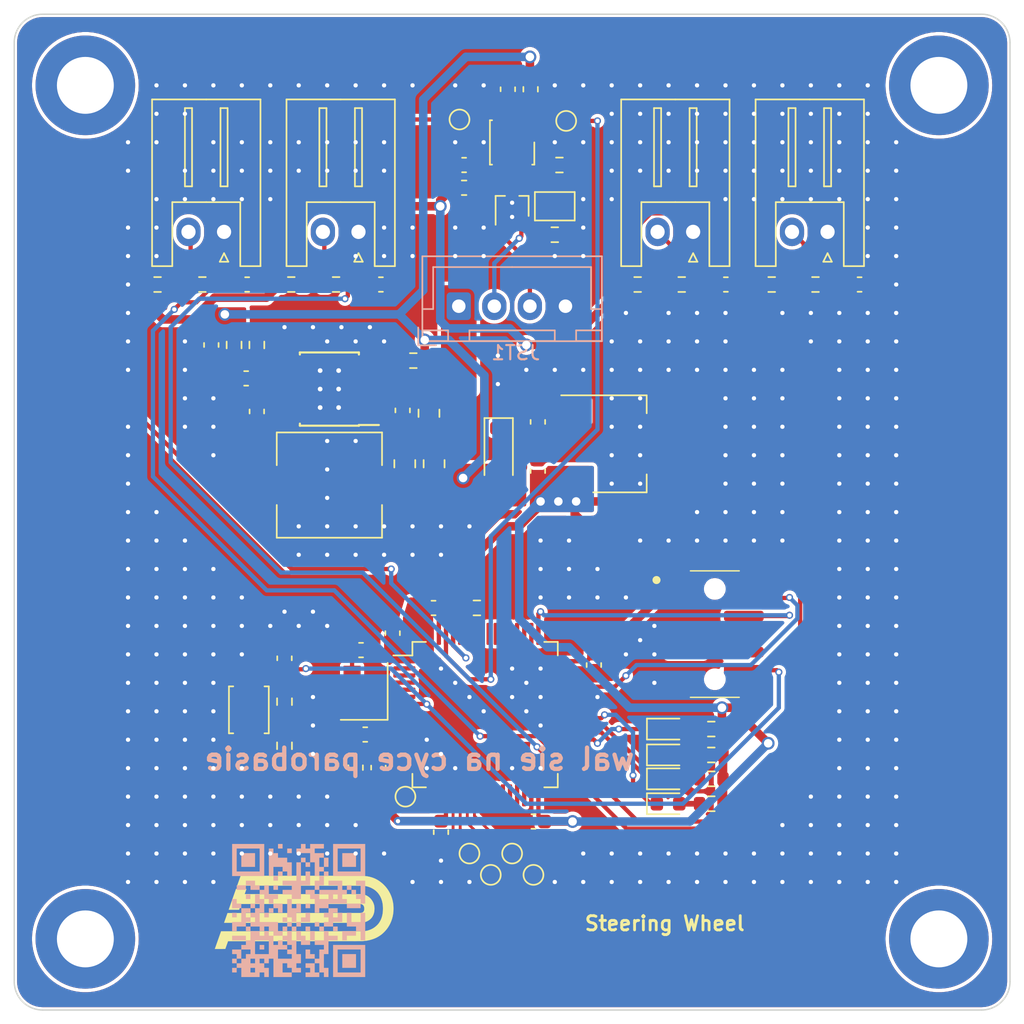
<source format=kicad_pcb>
(kicad_pcb (version 20240108) (generator "pcbnew") (generator_version "8.0")
  (title_block (rev "${REVISION}") (company "Author:") (comment 1 "Reviewer:"))
  (layers (0 "F.Cu" signal) (31 "B.Cu" signal) (34 "B.Paste" user) (35 "F.Paste" user) (36 "B.SilkS" user "B.Silkscreen") (37 "F.SilkS" user "F.Silkscreen") (38 "B.Mask" user) (39 "F.Mask" user) (44 "Edge.Cuts" user))
  (property "REVISION" "1.0")
  (net 0 "")
  (net 1 "VCC")
  (net 2 "GND")
  (net 3 "Net-(U2-VCC)")
  (net 4 "Net-(U2-BOOT)")
  (net 5 "Net-(U2-SW)")
  (net 6 "+5V")
  (net 7 "Net-(U2-FB)")
  (net 8 "Net-(U2-PG)")
  (net 9 "+3.3V")
  (net 10 "Net-(U4-PH0)")
  (net 11 "Net-(U4-PH1)")
  (net 12 "/NRST")
  (net 13 "/sw1")
  (net 14 "/sw2")
  (net 15 "/sw3")
  (net 16 "/sw4")
  (net 17 "/LED1")
  (net 18 "Net-(D7-A)")
  (net 19 "/LED2")
  (net 20 "Net-(D8-A)")
  (net 21 "/LED3")
  (net 22 "Net-(D9-A)")
  (net 23 "/LED4")
  (net 24 "Net-(D10-A)")
  (net 25 "/CAN_H")
  (net 26 "/CAN_L")
  (net 27 "Net-(U4-PH3)")
  (net 28 "Net-(R29-Pad2)")
  (net 29 "Net-(R31-Pad2)")
  (net 30 "Net-(R33-Pad2)")
  (net 31 "Net-(R35-Pad2)")
  (net 32 "/CAN_TX")
  (net 33 "/CAN_RX")
  (net 44 "Net-(JP1-A)")
  (net 45 "Net-(U4-PA3)")
  (net 46 "Net-(U4-PA4)")
  (net 47 "Net-(U4-PA5)")
  (net 48 "Net-(U4-PA6)")
  (net 56 "Net-(U4-PA7)")
  (net 59 "/SWCLK")
  (net 71 "Net-(D5-K)")
  (net 72 "Net-(U4-VDDA)")
  (net 73 "Net-(R11-Pad2)")
  (net 74 "Net-(U5-VIO)")
  (net 75 "Net-(U5-VDD)")
  (net 76 "Net-(U5-STBY)")
  (net 78 "/SWDIO")
  (footprint "Resistor_SMD:R_0603_1608Metric" (layer "F.Cu") (at 125 116.425 90)
    (property "Reference" "R11" (hide yes))
    (property "Value" "10k")
  )
  (footprint "" (layer "F.Cu") (at 110.5 130.5)
    (property "Reference" "" (hide yes))
    (property "Value" "" (hide yes))
  )
  (footprint "Capacitor_SMD:C_0603_1608Metric" (layer "F.Cu") (at 137.625 75.6 180)
    (property "Reference" "C19" (hide yes))
    (property "Value" "100n")
  )
  (footprint "Capacitor_SMD:C_0603_1608Metric" (layer "F.Cu") (at 122.305 90.6 180)
    (property "Reference" "C3" (hide yes))
    (property "Value" "1uF")
  )
  (footprint "Resistor_SMD:R_0603_1608Metric" (layer "F.Cu") (at 152.925 84)
    (property "Reference" "R32" (hide yes))
    (property "Value" "470")
  )
  (footprint "Capacitor_SMD:C_0603_1608Metric" (layer "F.Cu") (at 119.855 88.25 -90)
    (property "Reference" "C5" (hide yes))
    (property "Value" "10pF")
  )
  (footprint "Jumper:SolderJumper-2_P1.3mm_Open_Pad1.0x1.5mm" (layer "F.Cu") (at 144 78.5 180)
    (property "Reference" "JP1" (hide yes))
    (property "Value" "JP Open")
  )
  (footprint "Resistor_SMD:R_0603_1608Metric" (layer "F.Cu") (at 119.225 84)
    (property "Reference" "R36" (hide yes))
    (property "Value" "470")
  )
  (footprint "Capacitor_SMD:C_0603_1608Metric" (layer "F.Cu") (at 131.775 84)
    (property "Reference" "C35" (hide yes))
    (property "Value" "220nF")
  )
  (footprint "Logos:PUTM_LOGO_15mm" (layer "F.Cu") (at 126 128)
    (property "Reference" "G***" (hide yes))
    (property "Value" "LOGO" (hide yes))
  )
  (footprint "Package_TO_SOT_SMD:SOT-223" (layer "F.Cu") (at 148.55 95.2)
    (property "Reference" "U3" (hide yes))
    (property "Value" "LM3940")
  )
  (footprint "Capacitor_SMD:C_0805_2012Metric" (layer "F.Cu") (at 135.515 96.6 90)
    (property "Reference" "C17" (hide yes))
    (property "Value" "22uF")
  )
  (footprint "Connector_JST:JST_XH_S2B-XH-A_1x02_P2.50mm_Horizontal" (layer "F.Cu") (at 163.175 80.3 180)
    (property "Reference" "SW7" (hide yes))
    (property "Value" "SW_Push")
  )
  (footprint "Package_DFN_QFN:DFN-8-1EP_3x3mm_P0.65mm_EP1.55x2.4mm" (layer "F.Cu") (at 141 74.0125 -90)
    (property "Reference" "U5" (hide yes))
    (property "Value" "MCP2542FD")
  )
  (footprint "Capacitor_SMD:C_0603_1608Metric" (layer "F.Cu") (at 131.6 117.96 -90)
    (property "Reference" "C32" (hide yes))
    (property "Value" "100nF")
  )
  (footprint "Resistor_SMD:R_0603_1608Metric" (layer "F.Cu") (at 123.055 88.25 -90)
    (property "Reference" "R3" (hide yes))
    (property "Value" "24.9k")
  )
  (footprint "Capacitor_SMD:C_0603_1608Metric" (layer "F.Cu") (at 156.025 84)
    (property "Reference" "C34" (hide yes))
    (property "Value" "220nF")
  )
  (footprint "Resistor_SMD:R_0603_1608Metric" (layer "F.Cu") (at 159.25 84)
    (property "Reference" "R29" (hide yes))
    (property "Value" "10k")
  )
  (footprint "Capacitor_SMD:C_0805_2012Metric" (layer "F.Cu") (at 133.455 96.6 90)
    (property "Reference" "C6" (hide yes))
    (property "Value" "22uF")
  )
  (footprint "Capacitor_SMD:C_0603_1608Metric" (layer "F.Cu") (at 123.055 92.925 -90)
    (property "Reference" "C4" (hide yes))
    (property "Value" "100nF")
  )
  (footprint "Package_QFP:LQFP-64_10x10mm_P0.5mm" (layer "F.Cu") (at 139.1 114.235)
    (property "Reference" "U4" (hide yes))
    (property "Value" "STM32L4P5RETx")
  )
  (footprint "Capacitor_SMD:C_0603_1608Metric" (layer "F.Cu") (at 132.6 108.51 90)
    (property "Reference" "C9" (hide yes))
    (property "Value" "100nF")
  )
  (footprint "Inductor_SMD:L_0603_1608Metric" (layer "F.Cu") (at 142.3 70.275 -90)
    (property "Reference" "FB3" (hide yes))
    (property "Value" "470R")
  )
  (footprint "Connector_JST:JST_XH_S2B-XH-A_1x02_P2.50mm_Horizontal" (layer "F.Cu") (at 130.2 80.3 180)
    (property "Reference" "SW9" (hide yes))
    (property "Value" "SW_Push")
  )
  (footprint "Resistor_SMD:R_0603_1608Metric" (layer "F.Cu") (at 125.475 84)
    (property "Reference" "R33" (hide yes))
    (property "Value" "10k")
  )
  (footprint "Resistor_SMD:R_0603_1608Metric" (layer "F.Cu") (at 149.825 84)
    (property "Reference" "R31" (hide yes))
    (property "Value" "10k")
  )
  (footprint "Resistor_SMD:R_0603_1608Metric" (layer "F.Cu") (at 116.075 84)
    (property "Reference" "R35" (hide yes))
    (property "Value" "10k")
  )
  (footprint "Crystal:Crystal_SMD_Abracon_ABM8G-4Pin_3.2x2.5mm" (layer "F.Cu") (at 130.6 112.6 90)
    (property "Reference" "Y1" (hide yes))
    (property "Value" "16MHz")
  )
  (footprint "Capacitor_SMD:C_0603_1608Metric" (layer "F.Cu") (at 140.7 70.275 90)
    (property "Reference" "C20" (hide yes))
    (property "Value" "100n")
  )
  (footprint "Resistor_SMD:R_0603_1608Metric" (layer "F.Cu") (at 155 118.75 180)
    (property "Reference" "R15" (hide yes))
    (property "Value" "320")
  )
  (footprint "Diode_SMD:D_SOD-123" (layer "F.Cu") (at 140.055 95.75 -90)
    (property "Reference" "D5" (hide yes))
    (property "Value" "Dioda Schottky'ego")
  )
  (footprint "Resistor_SMD:R_0603_1608Metric" (layer "F.Cu") (at 162.325 84)
    (property "Reference" "R30" (hide yes))
    (property "Value" "470")
  )
  (footprint "Connector_JST:JST_XH_S2B-XH-A_1x02_P2.50mm_Horizontal" (layer "F.Cu") (at 153.725 80.3 180)
    (property "Reference" "SW8" (hide yes))
    (property "Value" "SW_Push")
  )
  (footprint "TestPoint:TestPoint_Pad_D1.0mm" (layer "F.Cu") (at 137.3 72.4 -90)
    (property "Reference" "TP3" (hide yes))
    (property "Value" "TestPoint_Small")
  )
  (footprint "Capacitor_SMD:C_0603_1608Metric" (layer "F.Cu") (at 142.5 121.75 180)
    (property "Reference" "C14" (hide yes))
    (property "Value" "100nF")
  )
  (footprint "LED_SMD:LED_0603_1608Metric" (layer "F.Cu") (at 151.9625 120.5)
    (property "Reference" "D10" (hide yes))
    (property "Value" "LED")
  )
  (footprint "LED_SMD:LED_0603_1608Metric" (layer "F.Cu") (at 151.9625 115.25)
    (property "Reference" "D7" (hide yes))
    (property "Value" "LED")
  )
  (footprint "Capacitor_SMD:C_0603_1608Metric" (layer "F.Cu") (at 135.475 106.74)
    (property "Reference" "C10" (hide yes))
    (property "Value" "100nF")
  )
  (footprint "Capacitor_SMD:C_0603_1608Metric" (layer "F.Cu") (at 130.38 109.7 180)
    (property "Reference" "C12" (hide yes))
    (property "Value" "22pF")
  )
  (footprint "" (layer "F.Cu") (at 112.25 70)
    (property "Reference" "" (hide yes))
    (property "Value" "" (hide yes))
  )
  (footprint "TestPoint:TestPoint_Pad_D1.0mm" (layer "F.Cu") (at 144.8 72.5 -90)
    (property "Reference" "TP2" (hide yes))
    (property "Value" "TestPoint_Small")
  )
  (footprint "Capacitor_SMD:C_0603_1608Metric" (layer "F.Cu") (at 142.81 97.11 90)
    (property "Reference" "C15" (hide yes))
    (property "Value" "33uF")
  )
  (footprint "TestPoint:TestPoint_Pad_D1.0mm" (layer "F.Cu") (at 142.5 125.5)
    (property "Reference" "TP7" (hide yes))
    (property "Value" "TestPoint_Small")
  )
  (footprint "Resistor_SMD:R_0603_1608Metric" (layer "F.Cu") (at 121.455 88.25 90)
    (property "Reference" "R2" (hide yes))
    (property "Value" "100k")
  )
  (footprint "Resistor_SMD:R_0603_1608Metric" (layer "F.Cu") (at 155 120.5 180)
    (property "Reference" "R16" (hide yes))
    (property "Value" "320")
  )
  (footprint "" (layer "F.Cu") (at 170.25 71)
    (property "Reference" "" (hide yes))
    (property "Value" "" (hide yes))
  )
  (footprint "Capacitor_SMD:C_0805_2012Metric" (layer "F.Cu") (at 135.155 93.05 -90)
    (property "Reference" "C1" (hide yes))
    (property "Value" "2.2uF")
  )
  (footprint "Resistor_SMD:R_0603_1608Metric" (layer "F.Cu") (at 144 80.5)
    (property "Reference" "R6" (hide yes))
    (property "Value" "120R")
  )
  (footprint "Inductor_SMD:L_0603_1608Metric" (layer "F.Cu") (at 130 117.9625 90)
    (property "Reference" "L2" (hide yes))
    (property "Value" "10uL")
  )
  (footprint "TestPoint:TestPoint_Pad_D1.0mm" (layer "F.Cu") (at 138 124)
    (property "Reference" "TP4" (hide yes))
    (property "Value" "TestPoint_Small")
  )
  (footprint "LED_SMD:LED_0603_1608Metric" (layer "F.Cu") (at 151.9625 118.75)
    (property "Reference" "D9" (hide yes))
    (property "Value" "LED")
  )
  (footprint "Package_SO:Texas_HTSOP-8-1EP_3.9x4.9mm_P1.27mm_EP2.95x4.9mm_Mask2.4x3.1mm_ThermalVias" (layer "F.Cu") (at 128.155 91.35 180)
    (property "Reference" "U2" (hide yes))
    (property "Value" "LMR36510ADDA")
  )
  (footprint "Capacitor_SMD:C_0603_1608Metric" (layer "F.Cu") (at 125 110.275 90)
    (property "Reference" "C18" (hide yes))
    (property "Value" "100nF")
  )
  (footprint "TestPoint:TestPoint_Pad_D1.0mm" (layer "F.Cu") (at 133.5 120)
    (property "Reference" "TP1" (hide yes))
    (property "Value" "TestPoint_Small")
  )
  (footprint "Capacitor_SMD:C_0603_1608Metric" (layer "F.Cu") (at 165.425 84)
    (property "Reference" "C33" (hide yes))
    (property "Value" "220nF")
  )
  (footprint "Resistor_SMD:R_0603_1608Metric" (layer "F.Cu") (at 155 117.07 180)
    (property "Reference" "R14" (hide yes))
    (property "Value" "320")
  )
  (footprint "Resistor_SMD:R_0603_1608Metric" (layer "F.Cu") (at 155 115.25 180)
    (property "Reference" "R13" (hide yes))
    (property "Value" "320")
  )
  (footprint "Inductor_SMD:L_0603_1608Metric" (layer "F.Cu") (at 137.625 77.2)
    (property "Reference" "FB2" (hide yes))
    (property "Value" "470R")
  )
  (footprint "Resistor_SMD:R_0603_1608Metric" (layer "F.Cu") (at 128.625 84)
    (property "Reference" "R34" (hide yes))
    (property "Value" "470")
  )
  (footprint "TestPoint:TestPoint_Pad_D1.0mm" (layer "F.Cu") (at 141 124)
    (property "Reference" "TP6" (hide yes))
    (property "Value" "TestPoint_Small")
  )
  (footprint "LED_SMD:LED_0603_1608Metric" (layer "F.Cu") (at 151.9625 117.07)
    (property "Reference" "D8" (hide yes))
    (property "Value" "LED")
  )
  (footprint "Package_TO_SOT_SMD:SOT-323_SC-70" (layer "F.Cu") (at 141 78.5 90)
    (property "Reference" "D1" (hide yes))
    (property "Value" "PESD2IVN24-U")
  )
  (footprint "Resistor_SMD:R_0603_1608Metric" (layer "F.Cu") (at 138.525 106.735 180)
    (property "Reference" "R4" (hide yes))
    (property "Value" "100k")
  )
  (footprint "Connector_JST:JST_XH_S2B-XH-A_1x02_P2.50mm_Horizontal" (layer "F.Cu") (at 120.75 80.3 180)
    (property "Reference" "SW10" (hide yes))
    (property "Value" "SW_Push")
  )
  (footprint "Capacitor_SMD:C_0603_1608Metric" (layer "F.Cu") (at 136 122.5 -90)
    (property "Reference" "C31" (hide yes))
    (property "Value" "100nF")
  )
  (footprint "Button_Switch_SMD:SW_SPST_B3U-1000P" (layer "F.Cu") (at 122.495 113.9 -90)
    (property "Reference" "SW1" (hide yes))
    (property "Value" "SW_Push")
  )
  (footprint "Resistor_SMD:R_0603_1608Metric" (layer "F.Cu") (at 134.055 89.35)
    (property "Reference" "R1" (hide yes))
    (property "Value" "100kOhm")
  )
  (footprint "Capacitor_SMD:C_0603_1608Metric" (layer "F.Cu") (at 130.675 115.635)
    (property "Reference" "C13" (hide yes))
    (property "Value" "22pF")
  )
  (footprint "Resistor_SMD:R_0603_1608Metric" (layer "F.Cu") (at 144.325 75.6 180)
    (property "Reference" "R5" (hide yes))
    (property "Value" "0R")
  )
  (footprint "ftsh-107-01-l-dv-k-a:FTSH-107-XX-YYY-DV-K-A" (layer "F.Cu") (at 155.25 108.575 -90)
    (property "Reference" "J2" (hide yes))
    (property "Value" "FTSH" (hide yes))
  )
  (footprint "Capacitor_SMD:C_0603_1608Metric" (layer "F.Cu") (at 122.375 84)
    (property "Reference" "C36" (hide yes))
    (property "Value" "220nF")
  )
  (footprint "Capacitor_SMD:C_0603_1608Metric" (layer "F.Cu") (at 146.75 110.75 -90)
    (property "Reference" "C11" (hide yes))
    (property "Value" "100nF")
  )
  (footprint "Inductor_SMD:L_7.3x7.3_H4.5" (layer "F.Cu") (at 128.155 98.1)
    (property "Reference" "L1" (hide yes))
    (property "Value" "22uH")
  )
  (footprint "Resistor_SMD:R_0603_1608Metric" (layer "F.Cu") (at 125 113.325 90)
    (property "Reference" "R12" (hide yes))
    (property "Value" "1k")
  )
  (footprint "Capacitor_SMD:C_0603_1608Metric" (layer "F.Cu") (at 142.81 93.66 -90)
    (property "Reference" "C16" (hide yes))
    (property "Value" "1uF")
  )
  (footprint "TestPoint:TestPoint_Pad_D1.0mm" (layer "F.Cu") (at 139.5 125.5)
    (property "Reference" "TP5" (hide yes))
    (property "Value" "TestPoint_Small")
  )
  (footprint "Capacitor_SMD:C_0603_1608Metric" (layer "F.Cu") (at 133.305 92.85 -90)
    (property "Reference" "C2" (hide yes))
    (property "Value" "220nF")
  )
  (footprint "" (layer "F.Cu") (at 171 129.5)
    (property "Reference" "" (hide yes))
    (property "Value" "" (hide yes))
  )
  (footprint "Logos:cyce1x1cm" (layer "B.Cu") (at 126 128 180)
    (property "Reference" "G***" (hide yes))
    (property "Value" "LOGO" (hide yes))
  )
  (footprint "Connector_JST:JST_XH_B4B-XH-A_1x04_P2.50mm_Vertical" (layer "B.Cu") (at 137.25 85.525)
    (property "Reference" "JST1")
    (property "Value" "Conn_01x04")
  )
  (gr_line (start 108 65) (end 174 65) (stroke (width 0.1)) (layer "Edge.Cuts"))
  (gr_line (start 106 133) (end 106 67) (stroke (width 0.1)) (layer "Edge.Cuts"))
  (gr_line (start 176 67) (end 176 133) (stroke (width 0.1)) (layer "Edge.Cuts"))
  (gr_arc (start 108 135) (mid 106.585786 134.414214) (end 106 133) (stroke (width 0.1)) (layer "Edge.Cuts"))
  (gr_arc (start 176 133) (mid 175.414214 134.414214) (end 174 135) (stroke (width 0.1)) (layer "Edge.Cuts"))
  (gr_arc (start 106 67) (mid 106.585786 65.585786) (end 108 65) (stroke (width 0.1)) (layer "Edge.Cuts"))
  (gr_line (start 174 135) (end 108 135) (stroke (width 0.1)) (layer "Edge.Cuts"))
  (gr_arc (start 174 65) (mid 175.414214 65.585786) (end 176 67) (stroke (width 0.1)) (layer "Edge.Cuts"))
  (gr_text "wal sie na cyce parobasie" (at 149.75 118.25 0) (layer "B.SilkS") (effects (font (size 1.5 1.5) (thickness 0.3) (bold yes)) (justify left bottom mirror)))
  (gr_text "Steering Wheel" (at 146 129.5 0) (layer "F.SilkS") (effects (font (size 1 1) (thickness 0.2) (bold yes)) (justify left bottom)))
  (segment (start 135.85 108.56) (end 135.85 107.14) (width 0.3) (layer "F.Cu") (net 2))
  (segment (start 142.35 119.91) (end 142.35 121.125) (width 0.3) (layer "F.Cu") (net 2))
  (segment (start 144.355 85.7) (end 144.355 85.525) (width 0.2) (layer "F.Cu") (net 2))
  (segment (start 146.21 110.985) (end 146.75 111.525) (width 0.3) (layer "F.Cu") (net 2))
  (segment (start 135.85 107.14) (end 136.25 106.74) (width 0.3) (layer "F.Cu") (net 2))
  (segment (start 136 124.5) (end 136 123.275) (width 0.2) (layer "F.Cu") (net 2))
  (segment (start 142.35 121.125) (end 141.725 121.75) (width 0.3) (layer "F.Cu") (net 2))
  (segment (start 144.775 110.985) (end 146.21 110.985) (width 0.3) (layer "F.Cu") (net 2))
  (via (at 158 76) (size 0.5) (drill 0.3) (layers "F.Cu" "B.Cu") (net 2))
  (via (at 130 76) (size 0.5) (drill 0.3) (layers "F.Cu" "B.Cu") (net 2))
  (via (at 128 101) (size 0.5) (drill 0.3) (layers "F.Cu" "B.Cu") (net 2))
  (via (at 160 92) (size 0.5) (drill 0.3) (layers "F.Cu" "B.Cu") (net 2))
  (via (at 116 74) (size 0.5) (drill 0.3) (layers "F.Cu" "B.Cu") (net 2))
  (via (at 154 124) (size 0.5) (drill 0.3) (layers "F.Cu" "B.Cu") (net 2))
  (via (at 127 115) (size 0.5) (drill 0.3) (layers "F.Cu" "B.Cu") (net 2))
  (via (at 125 87) (size 0.5) (drill 0.3) (layers "F.Cu" "B.Cu") (net 2))
  (via (at 120 116) (size 0.5) (drill 0.3) (layers "F.Cu" "B.Cu") (net 2))
  (via (at 126 122) (size 0.5) (drill 0.3) (layers "F.Cu" "B.Cu") (net 2))
  (via (at 158 92) (size 0.5) (drill 0.3) (layers "F.Cu" "B.Cu") (net 2))
  (via (at 148 90) (size 0.5) (drill 0.3) (layers "F.Cu" "B.Cu") (net 2))
  (via (at 160 124) (size 0.5) (drill 0.3) (layers "F.Cu" "B.Cu") (net 2))
  (via (at 143 106) (size 0.5) (drill 0.3) (layers "F.Cu" "B.Cu") (net 2))
  (via (at 128 120) (size 0.5) (drill 0.3) (layers "F.Cu" "B.Cu") (net 2))
  (via (at 114 80) (size 0.5) (drill 0.3) (layers "F.Cu" "B.Cu") (net 2))
  (via (at 136 111) (size 0.5) (drill 0.3) (layers "F.Cu" "B.Cu") (net 2))
  (via (at 114 126) (size 0.5) (drill 0.3) (layers "F.Cu" "B.Cu") (net 2))
  (via (at 145 106) (size 0.5) (drill 0.3) (layers "F.Cu" "B.Cu") (net 2))
  (via (at 160 76) (size 0.5) (drill 0.3) (layers "F.Cu" "B.Cu") (net 2))
  (via (at 164 118) (size 0.5) (drill 0.3) (layers "F.Cu" "B.Cu") (net 2))
  (via (at 114 96) (size 0.5) (drill 0.3) (layers "F.Cu" "B.Cu") (net 2))
  (via (at 136 101) (size 0.5) (drill 0.3) (layers "F.Cu" "B.Cu") (net 2))
  (via (at 141 118) (size 0.5) (drill 0.3) (layers "F.Cu" "B.Cu") (net 2))
  (via (at 143 111) (size 0.5) (drill 0.3) (layers "F.Cu" "B.Cu") (net 2))
  (via (at 122 110) (size 0.5) (drill 0.3) (layers "F.Cu" "B.Cu") (net 2))
  (via (at 120 74) (size 0.5) (drill 0.3) (layers "F.Cu" "B.Cu") (net 2))
  (via (at 122 70) (size 0.5) (drill 0.3) (layers "F.Cu" "B.Cu") (net 2))
  (via (at 154 72) (size 0.5) (drill 0.3) (layers "F.Cu" "B.Cu") (net 2))
  (via (at 126 108) (size 0.5) (drill 0.3) (layers "F.Cu" "B.Cu") (net 2))
  (via (at 164 72) (size 0.5) (drill 0.3) (layers "F.Cu" "B.Cu") (net 2))
  (via (at 160 102) (size 0.5) (drill 0.3) (layers "F.Cu" "B.Cu") (net 2))
  (via (at 143 102) (size 0.5) (drill 0.3) (layers "F.Cu" "B.Cu") (net 2))
  (via (at 120 106) (size 0.5) (drill 0.3) (layers "F.Cu" "B.Cu") (net 2))
  (via (at 114 110) (size 0.5) (drill 0.3) (layers "F.Cu" "B.Cu") (net 2))
  (via (at 164 86) (size 0.5) (drill 0.3) (layers "F.Cu" "B.Cu") (net 2))
  (via (at 156 94) (size 0.5) (drill 0.3) (layers "F.Cu" "B.Cu") (net 2))
  (via (at 160 94) (size 0.5) (drill 0.3) (layers "F.Cu" "B.Cu") (net 2))
  (via (at 116 116) (size 0.5) (drill 0.3) (layers "F.Cu" "B.Cu") (net 2))
  (via (at 162 70) (size 0.5) (drill 0.3) (layers "F.Cu" "B.Cu") (net 2))
  (via (at 166 94) (size 0.5) (drill 0.3) (layers "F.Cu" "B.Cu") (net 2))
  (via (at 116 124) (size 0.5) (drill 0.3) (layers "F.Cu" "B.Cu") (net 2))
  (via (at 148 94) (size 0.5) (drill 0.3) (layers "F.Cu" "B.Cu") (net 2))
  (via (at 122 76) (size 0.5) (drill 0.3) (layers "F.Cu" "B.Cu") (net 2))
  (via (at 134 101) (size 0.5) (drill 0.3) (layers "F.Cu" "B.Cu") (net 2))
  (via (at 148 78) (size 0.5) (drill 0.3) (layers "F.Cu" "B.Cu") (net 2))
  (via (at 118 124) (size 0.5) (drill 0.3) (layers "F.Cu" "B.Cu") (net 2))
  (via (at 120 122) (size 0.5) (drill 0.3) (layers "F.Cu" "B.Cu") (net 2))
  (via (at 146 124) (size 0.5) (drill 0.3) (layers "F.Cu" "B.Cu") (net 2))
  (via (at 166 76) (size 0.5) (drill 0.3) (layers "F.Cu" "B.Cu") (net 2))
  (via (at 148 126) (size 0.5) (drill 0.3) (layers "F.Cu" "B.Cu") (net 2))
  (via (at 164 94) (size 0.5) (drill 0.3) (layers "F.Cu" "B.Cu") (net 2))
  (via (at 118 106) (size 0.5) (drill 0.3) (layers "F.Cu" "B.Cu") (net 2))
  (via (at 156 88) (size 0.5) (drill 0.3) (layers "F.Cu" "B.Cu") (net 2))
  (via (at 116 82) (size 0.5) (drill 0.3) (layers "F.Cu" "B.Cu") (net 2))
  (via (at 114 124) (size 0.5) (drill 0.3) (layers "F.Cu" "B.Cu") (net 2))
  (via (at 124 78) (size 0.5) (drill 0.3) (layers "F.Cu" "B.Cu") (net 2))
  (via (at 164 74) (size 0.5) (drill 0.3) (layers "F.Cu" "B.Cu") (net 2))
  (via (at 160 90) (size 0.5) (drill 0.3) (layers "F.Cu" "B.Cu") (net 2))
  (via (at 164 70) (size 0.5) (drill 0.3) (layers "F.Cu" "B.Cu") (net 2))
  (via (at 130 124) (size 0.5) (drill 0.3) (layers "F.Cu" "B.Cu") (net 2))
  (via (at 164 110) (size 0.5) (drill 0.3) (layers "F.Cu" "B.Cu") (net 2))
  (via (at 156 124) (size 0.5) (drill 0.3) (layers "F.Cu" "B.Cu") (net 2))
  (via (at 168 100) (size 0.5) (drill 0.3) (layers "F.Cu" "B.Cu") (net 2))
  (via (at 166 122) (size 0.5) (drill 0.3) (layers "F.Cu" "B.Cu") (net 2))
  (via (at 166 90) (size 0.5) (drill 0.3) (layers "F.Cu" "B.Cu") (net 2))
  (via (at 118 88) (size 0.5) (drill 0.3) (layers "F.Cu" "B.Cu") (net 2))
  (via (at 151 108) (size 0.5) (drill 0.3) (layers "F.Cu" "B.Cu") (net 2))
  (via (at 114 84) (size 0.5) (drill 0.3) (layers "F.Cu" "B.Cu") (net 2))
  (via (at 154 100) (size 0.5) (drill 0.3) (layers "F.Cu" "B.Cu") (net 2))
  (via (at 166 106) (size 0.5) (drill 0.3) (layers "F.Cu" "B.Cu") (net 2))
  (via (at 168 74) (size 0.5) (drill 0.3) (layers "F.Cu" "B.Cu") (net 2))
  (via (at 140 89) (size 0.5) (drill 0.3) (layers "F.Cu" "B.Cu") (net 2))
  (via (at 127 117) (size 0.5) (drill 0.3) (layers "F.Cu" "B.Cu") (net 2))
  (via (at 136 126) (size 0.5) (drill 0.3) (layers "F.Cu" "B.Cu") (net 2))
  (via (at 137 70) (size 0.5) (drill 0.3) (layers "F.Cu" "B.Cu") (net 2))
  (via (at 137 74) (size 0.5) (drill 0.3) (layers "F.Cu" "B.Cu") (net 2))
  (via (at 132 74) (size 0.5) (drill 0.3) (layers "F.Cu" "B.Cu") (net 2))
  (via (at 114 106) (size 0.5) (drill 0.3) (layers "F.Cu" "B.Cu") (net 2))
  (via (at 154 76) (size 0.5) (drill 0.3) (layers "F.Cu" "B.Cu") (net 2))
  (via (at 126 120) (size 0.5) (drill 0.3) (layers "F.Cu" "B.Cu") (net 2))
  (via (at 142 114) (size 0.5) (drill 0.3) (layers "F.Cu" "B.Cu") (net 2))
  (via (at 114 122) (size 0.5) (drill 0.3) (layers "F.Cu" "B.Cu") (net 2))
  (via (at 152 74) (size 0.5) (drill 0.3) (layers "F.Cu" "B.Cu") (net 2))
  (via (at 120 126) (size 0.5) (drill 0.3) (layers "F.Cu" "B.Cu") (net 2))
  (via (at 120 70) (size 0.5) (drill 0.3) (layers "F.Cu" "B.Cu") (net 2))
  (via (at 120 94) (size 0.5) (drill 0.3) (layers "F.Cu" "B.Cu") (net 2))
  (via (at 148 96) (size 0.5) (drill 0.3) (layers "F.Cu" "B.Cu") (net 2))
  (via (at 166 124) (size 0.5) (drill 0.3) (layers "F.Cu" "B.Cu") (net 2))
  (via (at 164 96) (size 0.5) (drill 0.3) (layers "F.Cu" "B.Cu") (net 2))
  (via (at 118 76) (size 0.5) (drill 0.3) (layers "F.Cu" "B.Cu") (net 2))
  (via (at 152 88) (size 0.5) (drill 0.3) (layers "F.Cu" "B.Cu") (net 2))
  (via (at 118 92) (size 0.5) (drill 0.3) (layers "F.Cu" "B.Cu") (net 2))
  (via (at 168 92) (size 0.5) (drill 0.3) (layers "F.Cu" "B.Cu") (net 2))
  (via (at 150 70) (size 0.5) (drill 0.3) (layers "F.Cu" "B.Cu") (net 2))
  (via (at 114 82) (size 0.5) (drill 0.3) (layers "F.Cu" "B.Cu") (net 2))
  (via (at 116 70) (size 0.5) (drill 0.3) (layers "F.Cu" "B.Cu") (net 2))
  (via (at 168 104) (size 0.5) (drill 0.3) (layers "F.Cu" "B.Cu") (net 2))
  (via (at 134 70) (size 0.5) (drill 0.3) (layers "F.Cu" "B.Cu") (net 2))
  (via (at 128 70) (size 0.5) (drill 0.3) (layers "F.Cu" "B.Cu") (net 2))
  (via (at 126 103) (size 0.5) (drill 0.3) (layers "F.Cu" "B.Cu") (net 2))
  (via (at 116 122) (size 0.5) (drill 0.3) (layers "F.Cu" "B.Cu") (net 2))
  (via (at 150 88) (size 0.5) (drill 0.3) (layers "F.Cu" "B.Cu") (net 2))
  (via (at 130 95) (size 0.5) (drill 0.3) (layers "F.Cu" "B.Cu") (net 2))
  (via (at 114 118) (size 0.5) (drill 0.3) (layers "F.Cu" "B.Cu") (net 2))
  (via (at 118 116) (size 0.5) (drill 0.3) (layers "F.Cu" "B.Cu") (net 2))
  (via (at 168 80) (size 0.5) (drill 0.3) (layers "F.Cu" "B.Cu") (net 2))
  (via (at 164 100) (size 0.5) (drill 0.3) (layers "F.Cu" "B.Cu") (net 2))
  (via (at 139 114) (size 0.5) (drill 0.3) (layers "F.Cu" "B.Cu") (net 2))
  (via (at 168 82) (size 0.5) (drill 0.3) (layers "F.Cu" "B.Cu") (net 2))
  (via (at 122 122) (size 0.5) (drill 0.3) (layers "F.Cu" "B.Cu") (net 2))
  (via (at 156 92) (size 0.5) (drill 0.3) (layers "F.Cu" "B.Cu") (net 2))
  (via (at 158 94) (size 0.5) (drill 0.3) (layers "F.Cu" "B.Cu") (net 2))
  (via (at 118 118) (size 0.5) (drill 0.3) (layers "F.Cu" "B.Cu") (net 2))
  (via (at 122 120) (size 0.5) (drill 0.3) (layers "F.Cu" "B.Cu") (net 2))
  (via (at 128 88) (size 0.5) (drill 0.3) (layers "F.Cu" "B.Cu") (net 2))
  (via (at 160 72) (size 0.5) (drill 0.3) (layers "F.Cu" "B.Cu") (net 2))
  (via (at 126 101) (size 0.5) (drill 0.3) (layers "F.Cu" "B.Cu") (net 2))
  (via (at 114 102) (size 0.5) (drill 0.3) (layers "F.Cu" "B.Cu") (net 2))
  (via (at 148 92) (size 0.5) (drill 0.3) (layers "F.Cu" "B.Cu") (net 2))
  (via (at 149 106) (size 0.5) (drill 0.3) (layers "F.Cu" "B.Cu") (net 2))
  (via (at 122 74) (size 0.5) (drill 0.3) (layers "F.Cu" "B.Cu") (net 2))
  (via (at 132 101) (size 0.5) (drill 0.3) (layers "F.Cu" "B.Cu") (net 2))
  (via (at 114 74) (size 0.5) (drill 0.3) (layers "F.Cu" "B.Cu") (net 2))
  (via (at 146 126) (size 0.5) (drill 0.3) (layers "F.Cu" "B.Cu") (net 2))
  (via (at 156 98) (size 0.5) (drill 0.3) (layers "F.Cu" "B.Cu") (net 2))
  (via (at 134 126) (size 0.5) (drill 0.3) (layers "F.Cu" "B.Cu") (net 2))
  (via (at 150 94) (size 0.5) (drill 0.3) (layers "F.Cu" "B.Cu") (net 2))
  (via (at 130 101) (size 0.5) (drill 0.3) (layers "F.Cu" "B.Cu") (net 2))
  (via (at 150 90) (size 0.5) (drill 0.3) (layers "F.Cu" "B.Cu") (net 2))
  (via (at 168 106) (size 0.5) (drill 0.3) (layers "F.Cu" "B.Cu") (net 2))
  (via (at 118 104) (size 0.5) (drill 0.3) (layers "F.Cu" "B.Cu") (net 2))
  (via (at 142 112) (size 0.5) (drill 0.3) (layers "F.Cu" "B.Cu") (net 2))
  (via (at 116 102) (size 0.5) (drill 0.3) (layers "F.Cu" "B.Cu") (net 2))
  (via (at 166 104) (size 0.5) (drill 0.3) (layers "F.Cu" "B.Cu") (net 2))
  (via (at 146 82) (size 0.5) (drill 0.3) (layers "F.Cu" "B.Cu") (net 2))
  (via (at 166 72) (size 0.5) (drill 0.3) (layers "F.Cu" "B.Cu") (net 2))
  (via (at 168 102) (size 0.5) (drill 0.3) (layers "F.Cu" "B.Cu") (net 2))
  (via (at 156 86) (size 0.5) (drill 0.3) (layers "F.Cu" "B.Cu") (net 2))
  (via (at 128 74) (size 0.5) (drill 0.3) (layers "F.Cu" "B.Cu") (net 2))
  (via (at 149 110) (size 0.5) (drill 0.3) (layers "F.Cu" "B.Cu") (net 2))
  (via (at 150 92) (size 0.5) (drill 0.3) (layers "F.Cu" "B.Cu") (net 2))
  (via (at 148 98) (size 0.5) (drill 0.3) (layers "F.Cu" "B.Cu") (net 2))
  (via (at 152 70) (size 0.5) (drill 0.3) (layers "F.Cu" "B.Cu") (net 2))
  (via (at 166 80) (size 0.5) (drill 0.3) (layers "F.Cu" "B.Cu") (net 2))
  (via (at 164 106) (size 0.5) (drill 0.3) (layers "F.Cu" "B.Cu") (net 2))
  (via (at 168 112) (size 0.5) (drill 0.3) (layers "F.Cu" "B.Cu") (net 2))
  (via (at 158 100) (size 0.5) (drill 0.3) (layers "F.Cu" "B.Cu") (net 2))
  (via (at 164 116) (size 0.5) (drill 0.3) (layers "F.Cu" "B.Cu") (net 2))
  (via (at 120 112) (size 0.5) (drill 0.3) (layers "F.Cu" "B.Cu") (net 2))
  (via (at 118 122) (size 0.5) (drill 0.3) (layers "F.Cu" "B.Cu") (net 2))
  (via (at 116 114) (size 0.5) (drill 0.3) (layers "F.Cu" "B.Cu") (net 2))
  (via (at 168 78) (size 0.5) (drill 0.3) (layers "F.Cu" "B.Cu") (net 2))
  (via (at 114 86) (size 0.5) (drill 0.3) (layers "F.Cu" "B.Cu") (net 2))
  (via (at 116 112) (size 0.5) (drill 0.3) (layers "F.Cu" "B.Cu") (net 2))
  (via (at 164 120) (size 0.5) (drill 0.3) (layers "F.Cu" "B.Cu") (net 2))
  (via (at 114 90) (size 0.5) (drill 0.3) (layers "F.Cu" "B.Cu") (net 2))
  (via (at 118 120) (size 0.5) (drill 0.3) (layers "F.Cu" "B.Cu") (net 2))
  (via (at 160 70) (size 0.5) (drill 0.3) (layers "F.Cu" "B.Cu") (net 2))
  (via (at 132 76) (size 0.5) (drill 0.3) (layers "F.Cu" "B.Cu") (net 2))
  (via (at 114 94) (size 0.5) (drill 0.3) (layers "F.Cu" "B.Cu") (net 2))
  (via (at 162 86) (size 0.5) (drill 0.3) (layers "F.Cu" "B.Cu") (net 2))
  (via (at 144 70) (size 0.5) (drill 0.3) (layers "F.Cu" "B.Cu") (net 2))
  (via (at 152 126) (size 0.5) (drill 0.3) (layers "F.Cu" "B.Cu") (net 2))
  (via (at 130 82) (size 0.5) (drill 0.3) (layers "F.Cu" "B.Cu") (net 2))
  (via (at 145 102) (size 0.5) (drill 0.3) (layers "F.Cu" "B.Cu") (net 2))
  (via (at 166 92) (size 0.5) (drill 0.3) (layers "F.Cu" "B.Cu") (net 2))
  (via (at 139 70) (size 0.5) (drill 0.3) (layers "F.Cu" "B.Cu") (net 2))
  (via (at 128 95) (size 0.5) (drill 0.3) (layers "F.Cu" "B.Cu") (net 2))
  (via (at 154 88) (size 0.5) (drill 0.3) (layers "F.Cu" "B.Cu") (net 2))
  (via (at 154 126) (size 0.5) (drill 0.3) (layers "F.Cu" "B.Cu") (net 2))
  (via (at 166 70) (size 0.5) (drill 0.3) (layers "F.Cu" "B.Cu") (net 2))
  (via (at 126 124) (size 0.5) (drill 0.3) (layers "F.Cu" "B.Cu") (net 2))
  (via (at 120 78) (size 0.5) (drill 0.3) (layers "F.Cu" "B.Cu") (net 2))
  (via (at 144 90) (size 0.5) (drill 0.3) (layers "F.Cu" "B.Cu") (net 2))
  (via (at 144 126) (size 0.5) (drill 0.3) (layers "F.Cu" "B.Cu") (net 2))
  (via (at 158 70) (size 0.5) (drill 0.3) (layers "F.Cu" "B.Cu") (net 2))
  (via (at 156 74) (size 0.5) (drill 0.3) (layers "F.Cu" "B.Cu") (net 2))
  (via (at 132 70) (size 0.5) (drill 0.3) (layers "F.Cu" "B.Cu") (net 2))
  (via (at 150 76) (size 0.5) (drill 0.3) (layers "F.Cu" "B.Cu") (net 2))
  (via (at 166 88) (size 0.5) (drill 0.3) (layers "F.Cu" "B.Cu") (net 2))
  (via (at 162 72) (size 0.5) (drill 0.3) (layers "F.Cu" "B.Cu") (net 2))
  (via (at 132 82) (size 0.5) (drill 0.3) (layers "F.Cu" "B.Cu") (net 2))
  (via (at 166 82) (size 0.5) (drill 0.3) (layers "F.Cu" "B.Cu") (net 2))
  (via (at 168 124) (size 0.5) (drill 0.3) (layers "F.Cu" "B.Cu") (net 2))
  (via (at 168 76) (size 0.5) (drill 0.3) (layers "F.Cu" "B.Cu") (net 2))
  (via (at 141 111) (size 0.5) (drill 0.3) (layers "F.Cu" "B.Cu") (net 2))
  (via (at 164 88) (size 0.5) (drill 0.3) (layers "F.Cu" "B.Cu") (net 2))
  (via (at 120 124) (size 0.5) (drill 0.3) (layers "F.Cu" "B.Cu") (net 2))
  (via (at 136 103) (size 0.5) (drill 0.3) (layers "F.Cu" "B.Cu") (net 2))
  (via (at 148 74) (size 0.5) (drill 0.3) (layers "F.Cu" "B.Cu") (net 2))
  (via (at 118 108) (size 0.5) (drill 0.3) (layers "F.Cu" "B.Cu") (net 2))
  (via (at 140 91) (size 0.5) (drill 0.3) (layers "F.Cu" "B.Cu") (net 2))
  (via (at 116 126) (size 0.5) (drill 0.3) (layers "F.Cu" "B.Cu") (net 2))
  (via (at 135 118) (size 0.5) (drill 0.3) (layers "F.Cu" "B.Cu") (net 2))
  (via (at 158 98) (size 0.5) (drill 0.3) (layers "F.Cu" "B.Cu") (net 2))
  (via (at 146 70) (size 0.5) (drill 0.3) (layers "F.Cu" "B.Cu") (net 2))
  (via (at 138 113) (size 0.5) (drill 0.3) (layers "F.Cu" "B.Cu") (net 2))
  (via (at 168 86) (size 0.5) (drill 0.3) (layers "F.Cu" "B.Cu") (net 2))
  (via (at 152 76) (size 0.5) (drill 0.3) (layers "F.Cu" "B.Cu") (net 2))
  (via (at 137 80) (size 0.5) (drill 0.3) (layers "F.Cu" "B.Cu") (net 2))
  (via (at 124 108) (size 0.5) (drill 0.3) (layers "F.Cu" "B.Cu") (net 2))
  (via (at 137 82) (size 0.5) (drill 0.3) (layers "F.Cu" "B.Cu") (net 2))
  (via (at 124 74) (size 0.5) (drill 0.3) (layers "F.Cu" "B.Cu") (net 2))
  (via (at 164 90) (size 0.5) (drill 0.3) (layers "F.Cu" "B.Cu") (net 2))
  (via (at 118 70) (size 0.5) (drill 0.3) (layers "F.Cu" "B.Cu") (net 2))
  (via (at 116 106) (size 0.5) (drill 0.3) (layers "F.Cu" "B.Cu") (net 2))
  (via (at 132 103) (size 0.5) (drill 0.3) (layers "F.Cu" "B.Cu") (net 2))
  (via (at 141 78.25) (size 0.5) (drill 0.3) (layers "F.Cu" "B.Cu") (net 2))
  (via (at 128 124) (size 0.5) (drill 0.3) (layers "F.Cu" "B.Cu") (net 2))
  (via (at 125 107) (size 0.5) (drill 0.3) (layers "F.Cu" "B.Cu") (net 2))
  (via (at 156 76) (size 0.5) (drill 0.3) (layers "F.Cu" "B.Cu") (net 2))
  (via (at 152 72) (size 0.5) (drill 0.3) (layers "F.Cu" "B.Cu") (net 2))
  (via (at 168 126) (size 0.5) (drill 0.3) (layers "F.Cu" "B.Cu") (net 2))
  (via (at 156 126) (size 0.5) (drill 0.3) (layers "F.Cu" "B.Cu") (net 2))
  (via (at 162 126) (size 0.5) (drill 0.3) (layers "F.Cu" "B.Cu") (net 2))
  (via (at 139 74) (size 0.5) (drill 0.3) (layers "F.Cu" "B.Cu") (net 2))
  (via (at 148 76) (size 0.5) (drill 0.3) (layers "F.Cu" "B.Cu") (net 2))
  (via (at 141 79.25) (size 0.5) (drill 0.3) (layers "F.Cu" "B.Cu") (net 2))
  (via (at 116 104) (size 0.5) (drill 0.3) (layers "F.Cu" "B.Cu") (net 2))
  (via (at 154 102) (size 0.5) (drill 0.3) (layers "F.Cu" "B.Cu") (net 2))
  (via (at 158 72) (size 0.5) (drill 0.3) (layers "F.Cu" "B.Cu") (net 2))
  (via (at 127 113) (size 0.5) (drill 0.3) (layers "F.Cu" "B.Cu") (net 2))
  (via (at 166 112) (size 0.5) (drill 0.3) (layers "F.Cu" "B.Cu") (net 2))
  (via (at 114 108) (size 0.5) (drill 0.3) (layers "F.Cu" "B.Cu") (net 2))
  (via (at 116 80) (size 0.5) (drill 0.3) (layers "F.Cu" "B.Cu") (net 2))
  (via (at 162 122) (size 0.5) (drill 0.3) (layers "F.Cu" "B.Cu") (net 2))
  (via (at 162 78) (size 0.5) (drill 0.3) (layers "F.Cu" "B.Cu") (net 2))
  (via (at 168 94) (size 0.5) (drill 0.3) (layers "F.Cu" "B.Cu") (net 2))
  (via (at 130 88) (size 0.5) (drill 0.3) (layers "F.Cu" "B.Cu") (net 2))
  (via (at 122 118) (size 0.5) (drill 0.3) (layers "F.Cu" "B.Cu") (net 2))
  (via (at 162 88) (size 0.5) (drill 0.3) (layers "F.Cu" "B.Cu") (net 2))
  (via (at 116 78) (size 0.5) (drill 0.3) (layers "F.Cu" "B.Cu") (net 2))
  (via (at 128 97) (size 0.5) (drill 0.3) (layers "F.Cu" "B.Cu") (net 2))
  (via (at 164 102) (size 0.5) (drill 0.3) (layers "F.Cu" "B.Cu") (net 2))
  (via (at 160 126) (size 0.5) (drill 0.3) (layers "F.Cu" "B.Cu") (net 2))
  (via (at 137 118) (size 0.5) (drill 0.3) (layers "F.Cu" "B.Cu") (net 2))
  (via (at 143 104) (size 0.5) (drill 0.3) (layers "F.Cu" "B.Cu") (net 2))
  (via (at 114 88) (size 0.5) (drill 0.3) (layers "F.Cu" "B.Cu") (net 2))
  (via (at 164 78) (size 0.5) (drill 0.3) (layers "F.Cu" "B.Cu") (net 2))
  (via (at 166 126) (size 0.5) (drill 0.3) (layers "F.Cu" "B.Cu") (net 2))
  (via (at 160 100) (size 0.5) (drill 0.3) (layers "F.Cu" "B.Cu") (net 2))
  (via (at 160 98) (size 0.5) (drill 0.3) (layers "F.Cu" "B.Cu") (net 2))
  (via (at 160 122) (size 0.5) (drill 0.3) (layers "F.Cu" "B.Cu") (net 2))
  (via (at 168 88) (size 0.5) (drill 0.3) (layers "F.Cu" "B.Cu") (net 2))
  (via (at 162 120) (size 0.5) (drill 0.3) (layers "F.Cu" "B.Cu") (net 2))
  (via (at 147 106) (size 0.5) (drill 0.3) (layers "F.Cu" "B.Cu") (net 2))
  (via (at 132 124) (size 0.5) (drill 0.3) (layers "F.Cu" "B.Cu") (net 2))
  (via (at 150 96) (size 0.5) (drill 0.3) (layers "F.Cu" "B.Cu") (net 2))
  (via (at 131 87) (size 0.5) (drill 0.3) (layers "F.Cu" "B.Cu") (net 2))
  (via (at 150 72) (size 0.5) (drill 0.3) (layers "F.Cu" "B.Cu") (net 2))
  (via (at 164 126) (size 0.5) (drill 0.3) (layers "F.Cu" "B.Cu") (net 2))
  (via (at 130 70) (size 0.5) (drill 0.3) (layers "F.Cu" "B.Cu") (net 2))
  (via (at 146 78) (size 0.5) (drill 0.3) (layers "F.Cu" "B.Cu") (net 2))
  (via (at 152 90) (size 0.5) (drill 0.3) (layers "F.Cu" "B.Cu") (net 2))
  (via (at 166 118) (size 0.5) (drill 0.3) (layers "F.Cu" "B.Cu") (net 2))
  (via (at 120 114) (size 0.5) (drill 0.3) (layers "F.Cu" "B.Cu") (net 2))
  (via (at 146 90) (size 0.5) (drill 0.3) (layers "F.Cu" "B.Cu") (net 2))
  (via (at 164 108) (size 0.5) (drill 0.3) (layers "F.Cu" "B.Cu") (net 2))
  (via (at 154 74) (size 0.5) (drill 0.3) (layers "F.Cu" "B.Cu") (net 2))
  (via (at 136 117) (size 0.5) (drill 0.3) (layers "F.Cu" "B.Cu") (net 2))
  (via (at 147 104) (size 0.5) (drill 0.3) (layers "F.Cu" "B.Cu") (net 2))
  (via (at 138 126) (size 0.5) (drill 0.3) (layers "F.Cu" "B.Cu") (net 2))
  (via (at 166 116) (size 0.5) (drill 0.3) (layers "F.Cu" "B.Cu") (net 2))
  (via (at 114 98) (size 0.5) (drill 0.3) (layers "F.Cu" "B.Cu") (net 2))
  (via (at 162 76) (size 0.5) (drill 0.3) (layers "F.Cu" "B.Cu") (net 2))
  (via (at 158 96) (size 0.5) (drill 0.3) (layers "F.Cu" "B.Cu") (net 2))
  (via (at 166 86) (size 0.5) (drill 0.3) (layers "F.Cu" "B.Cu") (net 2))
  (via (at 124 120) (size 0.5) (drill 0.3) (layers "F.Cu" "B.Cu") (net 2))
  (via (at 130 122) (size 0.5) (drill 0.3) (layers "F.Cu" "B.Cu") (net 2))
  (via (at 164 92) (size 0.5) (drill 0.3) (layers "F.Cu" "B.Cu") (net 2))
  (via (at 168 114) (size 0.5) (drill 0.3) (layers "F.Cu" "B.Cu") (net 2))
  (via (at 166 110) (size 0.5) (drill 0.3) (layers "F.Cu" "B.Cu") (net 2))
  (via (at 154 70) (size 0.5) (drill 0.3) (layers "F.Cu" "B.Cu") (net 2))
  (via (at 156 96) (size 0.5) (drill 0.3) (layers "F.Cu" "B.Cu") (net 2))
  (via (at 150 126) (size 0.5) (drill 0.3) (layers "F.Cu" "B.Cu") (net 2))
  (via (at 148 72) (size 0.5) (drill 0.3) (layers "F.Cu" "B.Cu") (net 2))
  (via (at 158 78) (size 0.5) (drill 0.3) (layers "F.Cu" "B.Cu") (net 2))
  (via (at 116 108) (size 0.5) (drill 0.3) (layers "F.Cu" "B.Cu") (net 2))
  (via (at 128 103) (size 0.5) (drill 0.3) (layers "F.Cu" "B.Cu") (net 2))
  (via (at 124 124) (size 0.5) (drill 0.3) (layers "F.Cu" "B.Cu") (net 2))
  (via (at 118 90) (size 0.5) (drill 0.3) (layers "F.Cu" "B.Cu") (net 2))
  (via (at 116 120) (size 0.5) (drill 0.3) (layers "F.Cu" "B.Cu") (net 2))
  (via (at 150 98) (size 0.5) (drill 0.3) (layers "F.Cu" "B.Cu") (net 2))
  (via (at 156 72) (size 0.5) (drill 0.3) (layers "F.Cu" "B.Cu") (net 2))
  (via (at 118 94) (size 0.5) (drill 0.3) (layers "F.Cu" "B.Cu") (net 2))
  (via (at 128 76) (size 0.5) (drill 0.3) (layers "F.Cu" "B.Cu") (net 2))
  (via (at 168 98) (size 0.5) (drill 0.3) (layers "F.Cu" "B.Cu") (net 2))
  (via (at 130 74) (size 0.5) (drill 0.3) (layers "F.Cu" "B.Cu") (net 2))
  (via (at 128 99) (size 0.5) (drill 0.3) (layers "F.Cu" "B.Cu") (net 2))
  (via (at 166 108) (size 0.5) (drill 0.3) (layers "F.Cu" "B.Cu") (net 2))
  (via (at 168 110) (size 0.5) (drill 0.3) (layers "F.Cu" "B.Cu") (net 2))
  (via (at 164 98) (size 0.5) (drill 0.3) (layers "F.Cu" "B.Cu") (net 2))
  (via (at 168 84) (size 0.5) (drill 0.3) (layers "F.Cu" "B.Cu") (net 2))
  (via (at 127 107) (size 0.5) (drill 0.3) (layers "F.Cu" "B.Cu") (net 2))
  (via (at 150 109) (size 0.5) (drill 0.3) (layers "F.Cu" "B.Cu") (net 2))
  (via (at 160 96) (size 0.5) (drill 0.3) (layers "F.Cu" "B.Cu") (net 2))
  (via (at 160 74) (size 0.5) (drill 0.3) (layers "F.Cu" "B.Cu") (net 2))
  (via (at 145 104) (size 0.5) (drill 0.3) (layers "F.Cu" "B.Cu") (net 2))
  (via (at 120 110) (size 0.5) (drill 0.3) (layers "F.Cu" "B.Cu") (net 2))
  (via (at 122 106) (size 0.5) (drill 0.3) (layers "F.Cu" "B.Cu") (net 2))
  (via (at 137 112) (size 0.5) (drill 0.3) (layers "F.Cu" "B.Cu") (net 2))
  (via (at 143 115) (size 0.5) (drill 0.3) (layers "F.Cu" "B.Cu") (net 2))
  (via (at 134 80) (size 0.5) (drill 0.3) (layers "F.Cu" "B.Cu") (net 2))
  (via (at 128 122) (size 0.5) (drill 0.3) (layers "F.Cu" "B.Cu") (net 2))
  (via (at 141 113) (size 0.5) (drill 0.3) (layers "F.Cu" "B.Cu") (net 2))
  (via (at 168 116) (size 0.5) (drill 0.3) (layers "F.Cu" "B.Cu") (net 2))
  (via (at 114 76) (size 0.5) (drill 0.3) (layers "F.Cu" "B.Cu") (net 2))
  (via (at 166 102) (size 0.5) (drill 0.3) (layers "F.Cu" "B.Cu") (net 2))
  (via (at 128 108) (size 0.5) (drill 0.3) (layers "F.Cu" "B.Cu") (net 2))
  (via (at 139 80) (size 0.5) (drill 0.3) (layers "F.Cu" "B.Cu") (net 2))
  (via (at 166 98) (size 0.5) (drill 0.3) (layers "F.Cu" "B.Cu") (net 2))
  (via (at 164 104) (size 0.5) (drill 0.3) (layers "F.Cu" "B.Cu") (net 2))
  (via (at 168 120) (size 0.5) (drill 0.3) (layers "F.Cu" "B.Cu") (net 2))
  (via (at 147 113) (size 0.5) (drill 0.3) (layers "F.Cu" "B.Cu") (net 2))
  (via (at 151 112) (size 0.5) (drill 0.3) (layers "F.Cu" "B.Cu") (net 2))
  (via (at 162 74) (size 0.5) (drill 0.3) (layers "F.Cu" "B.Cu") (net 2))
  (via (at 134 103) (size 0.5) (drill 0.3) (layers "F.Cu" "B.Cu") (net 2))
  (via (at 126 70) (size 0.5) (drill 0.3) (layers "F.Cu" "B.Cu") (net 2))
  (via (at 156 100) (size 0.5) (drill 0.3) (layers "F.Cu" "B.Cu") (net 2))
  (via (at 156 70) (size 0.5) (drill 0.3) (layers "F.Cu" "B.Cu") (net 2))
  (via (at 120 104) (size 0.5) (drill 0.3) (layers "F.Cu" "B.Cu") (net 2))
  (via (at 152 124) (size 0.5) (drill 0.3) (layers "F.Cu" "B.Cu") (net 2))
  (via (at 120 92) (size 0.5) (drill 0.3) (layers "F.Cu" "B.Cu") (net 2))
  (via (at 158 126) (size 0.5) (drill 0.3) (layers "F.Cu" "B.Cu") (net 2))
  (via (at 120 96) (size 0.5) (drill 0.3) (layers "F.Cu" "B.Cu") (net 2))
  (via (at 166 100) (size 0.5) (drill 0.3) (layers "F.Cu" "B.Cu") (net 2))
  (via (at 122 124) (size 0.5) (drill 0.3) (layers "F.Cu" "B.Cu") (net 2))
  (via (at 150 102) (size 0.5) (drill 0.3) (layers "F.Cu" "B.Cu") (net 2))
  (via (at 114 112) (size 0.5) (drill 0.3) (layers "F.Cu" "B.Cu") (net 2))
  (via (at 144 74) (size 0.5) (drill 0.3) (layers "F.Cu" "B.Cu") (net 2))
  (via (at 144 82) (size 0.5) (drill 0.3) (layers "F.Cu" "B.Cu") (net 2))
  (via (at 150 124) (size 0.5) (drill 0.3) (layers "F.Cu" "B.Cu") (net 2))
  (via (at 151 110) (size 0.5) (drill 0.3) (layers "F.Cu" "B.Cu") (net 2))
  (via (at 126 76) (size 0.5) (drill 0.3) (layers "F.Cu" "B.Cu") (net 2))
  (via (at 164 112) (size 0.5) (drill 0.3) (layers "F.Cu" "B.Cu") (net 2))
  (via (at 168 108) (size 0.5) (drill 0.3) (layers "F.Cu" "B.Cu") (net 2))
  (via (at 152 86) (size 0.5) (drill 0.3) (layers "F.Cu" "B.Cu") (net 2))
  (via (at 122 108) (size 0.5) (drill 0.3) (layers "F.Cu" "B.Cu") (net 2))
  (via (at 168 122) (size 0.5) (drill 0.3) (layers "F.Cu" "B.Cu") (net 2))
  (via (at 124 70) (size 0.5) (drill 0.3) (layers "F.Cu" "B.Cu") (net 2))
  (via (at 129 87) (size 0.5) (drill 0.3) (layers "F.Cu" "B.Cu") (net 2))
  (via (at 168 96) (size 0.5) (drill 0.3) (layers "F.Cu" "B.Cu") (net 2))
  (via (at 120 118) (size 0.5) (drill 0.3) (layers "F.Cu" "B.Cu") (net 2))
  (via (at 156 78) (size 0.5) (drill 0.3) (layers "F.Cu" "B.Cu") (net 2))
  (via (at 143 113) (size 0.5) (drill 0.3) (layers "F.Cu" "B.Cu") (net 2))
  (via (at 164 76) (size 0.5) (drill 0.3) (layers "F.Cu" "B.Cu") (net 2))
  (via (at 150 74) (size 0.5) (drill 0.3) (layers "F.Cu" "B.Cu") (net 2))
  (via (at 139 82) (size 0.5) (drill 0.3) (layers "F.Cu" "B.Cu") (net 2))
  (via (at 114 116) (size 0.5) (drill 0.3) (layers "F.Cu" "B.Cu") (net 2))
  (via (at 158 102) (size 0.5) (drill 0.3) (layers "F.Cu" "B.Cu") (net 2))
  (via (at 116 110) (size 0.5) (drill 0.3) (layers "F.Cu" "B.Cu") (net 2))
  (via (at 166 96) (size 0.5) (drill 0.3) (layers "F.Cu" "B.Cu") (net 2))
  (via (at 130 103) (size 0.5) (drill 0.3) (layers "F.Cu" "B.Cu") (net 2))
  (via (at 120 108) (size 0.5) (drill 0.3) (layers "F.Cu" "B.Cu") (net 2))
  (via (at 138 101) (size 0.5) (drill 0.3) (layers "F.Cu" "B.Cu") (net 2))
  (via (at 158 90) (size 0.5) (drill 0.3) (layers "F.Cu" "B.Cu") (net 2))
  (via (at 146 80) (size 0.5) (drill 0.3) (layers "F.Cu" "B.Cu") (net 2))
  (via (at 136 124.5) (size 0.56) (drill 0.3) (layers "F.Cu" "B.Cu") (net 2))
  (via (at 148 88) (size 0.5) (drill 0.3) (layers "F.Cu" "B.Cu") (net 2))
  (via (at 118 114) (size 0.5) (drill 0.3) (layers "F.Cu" "B.Cu") (net 2))
  (via (at 132 80) (size 0.5) (drill 0.3) (layers "F.Cu" "B.Cu") (net 2))
  (via (at 166 74) (size 0.5) (drill 0.3) (layers "F.Cu" "B.Cu") (net 2))
  (via (at 118 78) (size 0.5) (drill 0.3) (layers "F.Cu" "B.Cu") (net 2))
  (via (at 116 72) (size 0.5) (drill 0.3) (layers "F.Cu" "B.Cu") (net 2))
  (via (at 127 87) (size 0.5) (drill 0.3) (layers "F.Cu" "B.Cu") (net 2))
  (via (at 158 124) (size 0.5) (drill 0.3) (layers "F.Cu" "B.Cu") (net 2))
  (via (at 152 102) (size 0.5) (drill 0.3) (layers "F.Cu" "B.Cu") (net 2))
  (via (at 114 104) (size 0.5) (drill 0.3) (layers "F.Cu" "B.Cu") (net 2))
  (via (at 118 110) (size 0.5) (drill 0.3) (layers "F.Cu" "B.Cu") (net 2))
  (via (at 166 78) (size 0.5) (drill 0.3) (layers "F.Cu" "B.Cu") (net 2))
  (via (at 124 122) (size 0.5) (drill 0.3) (layers "F.Cu" "B.Cu") (net 2))
  (via (at 118 112) (size 0.5) (drill 0.3) (layers "F.Cu" "B.Cu") (net 2))
  (via (at 148 70) (size 0.5) (drill 0.3) (layers "F.Cu" "B.Cu") (net 2))
  (via (at 120 76) (size 0.5) (drill 0.3) (layers "F.Cu" "B.Cu") (net 2))
  (via (at 143 118) (size 0.5) (drill 0.3) (layers "F.Cu" "B.Cu") (net 2))
  (via (at 142 90) (size 0.5) (drill 0.3) (layers "F.Cu" "B.Cu") (net 2))
  (via (at 160 86) (size 0.5) (drill 0.3) (layers "F.Cu" "B.Cu") (net 2))
  (via (at 166 114) (size 0.5) (drill 0.3) (layers "F.Cu" "B.Cu") (net 2))
  (via (at 134 82) (size 0.5) (drill 0.3) (layers "F.Cu" "B.Cu") (net 2))
  (via (at 114 120) (size 0.5) (drill 0.3) (layers "F.Cu" "B.Cu") (net 2))
  (via (at 164 122) (size 0.5) (drill 0.3) (layers "F.Cu" "B.Cu") (net 2))
  (via (at 122 78) (size 0.5) (drill 0.3) (layers "F.Cu" "B.Cu") (net 2))
  (via (at 118 72) (size 0.5) (drill 0.3) (layers "F.Cu" "B.Cu") (net 2))
  (via (at 135 116) (size 0.5) (drill 0.3) (layers "F.Cu" "B.Cu") (net 2))
  (via (at 154 86) (size 0.5) (drill 0.3) (layers "F.Cu" "B.Cu") (net 2))
  (via (at 114 100) (size 0.5) (drill 0.3) (layers "F.Cu" "B.Cu") (net 2))
  (via (at 156 90) (size 0.5) (drill 0.3) (layers "F.Cu" "B.Cu") (net 2))
  (via (at 132 88) (size 0.5) (drill 0.3) (layers "F.Cu" "B.Cu") (net 2))
  (via (at 156 102) (size 0.5) (drill 0.3) (layers "F.Cu" "B.Cu") (net 2))
  (via (at 126 74) (size 0.5) (drill 0.3) (layers "F.Cu" "B.Cu") (net 2))
  (via (at 158 74) (size 0.5) (drill 0.3) (layers "F.Cu" "B.Cu") (net 2))
  (via (at 116 100) (size 0.5) (drill 0.3) (layers "F.Cu" "B.Cu") (net 2))
  (via (at 166 120) (size 0.5) (drill 0.3) (layers "F.Cu" "B.Cu") (net 2))
  (via (at 148 124) (size 0.5) (drill 0.3) (layers "F.Cu" "B.Cu") (net 2))
  (via (at 149 86) (size 0.5) (drill 0.3) (layers "F.Cu" "B.Cu") (net 2))
  (via (at 118 102) (size 0.5) (drill 0.3) (layers "F.Cu" "B.Cu") (net 2))
  (via (at 124 76) (size 0.5) (drill 0.3) (layers "F.Cu" "B.Cu") (net 2))
  (via (at 114 114) (size 0.5) (drill 0.3) (layers "F.Cu" "B.Cu") (net 2))
  (via (at 116 118) (size 0.5) (drill 0.3) (layers "F.Cu" "B.Cu") (net 2))
  (via (at 164 124) (size 0.5) (drill 0.3) (layers "F.Cu" "B.Cu") (net 2))
  (via (at 120 120) (size 0.5) (drill 0.3) (layers "F.Cu" "B.Cu") (net 2))
  (via (at 168 90) (size 0.5) (drill 0.3) (layers "F.Cu" "B.Cu") (net 2))
  (via (at 162 124) (size 0.5) (drill 0.3) (layers "F.Cu" "B.Cu") (net 2))
  (via (at 154 90) (size 0.5) (drill 0.3) (layers "F.Cu" "B.Cu") (net 2))
  (via (at 118 126) (size 0.5) (drill 0.3) (layers "F.Cu" "B.Cu") (net 2))
  (via (at 168 118) (size 0.5) (drill 0.3) (layers "F.Cu" "B.Cu") (net 2))
  (via (at 146 74) (size 0.5) (drill 0.3) (layers "F.Cu" "B.Cu") (net 2))
  (via (at 164 114) (size 0.5) (drill 0.3) (layers "F.Cu" "B.Cu") (net 2))
  (via (at 160 78) (size 0.5) (drill 0.3) (layers "F.Cu" "B.Cu") (net 2))
  (segment (start 142.25 69.4375) (end 142.3 69.4875) (width 0.6) (layer "F.Cu") (net 6))
  (segment (start 135.565 97.6) (end 135.515 97.55) (width 0.6) (layer "F.Cu") (net 6))
  (segment (start 142.25 68) (end 142.25 69.4375) (width 0.6) (layer "F.Cu") (net 6))
  (segment (start 134.855 89.325) (end 134.88 89.35) (width 0.6) (layer "F.Cu") (net 6))
  (segment (start 134.855 87.9) (end 134.855 89.325) (width 0.6) (layer "F.Cu") (net 6))
  (via (at 142.25 68) (size 0.9) (drill 0.6) (layers "F.Cu" "B.Cu") (net 6))
  (via (at 134.855 87.9) (size 0.9) (drill 0.6) (layers "F.Cu" "B.Cu") (net 6))
  (via (at 120.805 86.1) (size 0.9) (drill 0.6) (layers "F.Cu" "B.Cu") (net 6))
  (via (at 137.555 97.6) (size 0.9) (drill 0.6) (layers "F.Cu" "B.Cu") (net 6))
  (segment (start 133.055 86.1) (end 134.75 84.405) (width 0.6) (layer "B.Cu") (net 6))
  (segment (start 137.75 68) (end 142.25 68) (width 0.6) (layer "B.Cu") (net 6))
  (segment (start 139.055 96.1) (end 137.555 97.6) (width 0.6) (layer "B.Cu") (net 6))
  (segment (start 134.855 87.9) (end 133.055 86.1) (width 0.6) (layer "B.Cu") (net 6))
  (segment (start 134.855 87.9) (end 136.555 87.9) (width 0.6) (layer "B.Cu") (net 6))
  (segment (start 136.555 87.9) (end 139.055 90.4) (width 0.6) (layer "B.Cu") (net 6))
  (segment (start 134.75 84.405) (end 134.75 71) (width 0.6) (layer "B.Cu") (net 6))
  (segment (start 133.055 86.1) (end 120.805 86.1) (width 0.6) (layer "B.Cu") (net 6))
  (segment (start 134.75 71) (end 137.75 68) (width 0.6) (layer "B.Cu") (net 6))
  (segment (start 139.055 90.4) (end 139.055 96.1) (width 0.6) (layer "B.Cu") (net 6))
  (segment (start 131.03 89.445) (end 133.135 89.445) (width 0.4) (layer "F.Cu") (net 8))
  (segment (start 133.135 89.445) (end 133.23 89.35) (width 0.4) (layer "F.Cu") (net 8))
  (segment (start 155.75 113.75) (end 156.5 113.75) (width 0.6) (layer "F.Cu") (net 9))
  (segment (start 151.28685 106.035) (end 153.215 106.035) (width 0.6) (layer "F.Cu") (net 9))
  (segment (start 150.75 85.5) (end 149.25 84) (width 0.6) (layer "F.Cu") (net 9))
  (segment (start 116.454 86.454) (end 115.25 85.25) (width 0.6) (layer "F.Cu") (net 9))
  (segment (start 149.25 84) (end 149 84) (width 0.6) (layer "F.Cu") (net 9))
  (segment (start 142.81 99.06) (end 142.81 97.885) (width 0.6) (layer "F.Cu") (net 9))
  (segment (start 145.4 99.25) (end 145.5 99.25) (width 0.6) (layer "F.Cu") (net 9))
  (segment (start 134.7 106.74) (end 140.44 101) (width 0.6) (layer "F.Cu") (net 9))
  (segment (start 135.95 78.5) (end 135.95 78.0875) (width 0.6) (layer "F.Cu") (net 9))
  (segment (start 144.775 110.485) (end 146.24 110.485) (width 0.3) (layer "F.Cu") (net 9))
  (segment (start 124.65 84) (end 123.725 84.925) (width 0.6) (layer "F.Cu") (net 9))
  (segment (start 143 99.25) (end 142.81 99.06) (width 0.6) (layer "F.Cu") (net 9))
  (segment (start 135.95 78.0875) (end 136.8375 77.2) (width 0.6) (layer "F.Cu") (net 9))
  (segment (start 126.5 118.75) (end 125 117.25) (width 0.6) (layer "F.Cu") (net 9))
  (segment (start 130 118.75) (end 132.975 121.725) (width 0.6) (layer "F.Cu") (net 9))
  (segment (start 142.865 97.94) (end 142.81 97.885) (width 0.8) (layer "F.Cu") (net 9))
  (segment (start 120.075 84.925) (end 118.546 86.454) (width 0.6) (layer "F.Cu") (net 9))
  (segment (start 145.5 99.25) (end 152.25 99.25) (width 0.6) (layer "F.Cu") (net 9))
  (segment (start 142 88.25) (end 144.75 88.25) (width 0.6) (layer "F.Cu") (net 9))
  (segment (start 123.725 84.925) (end 120.075 84.925) (width 0.6) (layer "F.Cu") (net 9))
  (segment (start 155.75 115.175) (end 155.825 115.25) (width 0.6) (layer "F.Cu") (net 9))
  (segment (start 154.621878 78.85) (end 150.686522 78.85) (width 0.6) (layer "F.Cu") (net 9))
  (segment (start 153.75 97.75) (end 153.75 93.45) (width 0.6) (layer "F.Cu") (net 9))
  (segment (start 146.24 110.485) (end 146.75 109.975) (width 0.3) (layer "F.Cu") (net 9))
  (segment (start 145.4 100.14815) (end 151.28685 106.035) (width 0.6) (layer "F.Cu") (net 9))
  (segment (start 158.425 84) (end 157.5 83.075) (width 0.6) (layer "F.Cu") (net 9))
  (segment (start 118.546 86.454) (end 116.454 86.454) (width 0.6) (layer "F.Cu") (net 9))
  (segment (start 155.825 120.5) (end 155.825 115.25) (width 0.6) (layer "F.Cu") (net 9))
  (segment (start 157.5 83.075) (end 157.5 81.728122) (width 0.6) (layer "F.Cu") (net 9))
  (segment (start 126.25 78.5) (end 124.65 80.1) (width 0.6) (layer "F.Cu") (net 9))
  (segment (start 144.75 88.25) (end 149 84) (width 0.6) (layer "F.Cu") (net 9))
  (segment (start 147.34685 109.975) (end 146.75 109.975) (width 0.6) (layer "F.Cu") (net 9))
  (segment (start 140.44 101) (end 141.5 101) (width 0.6) (layer "F.Cu") (net 9))
  (segment (start 136.2 121.725) (end 136 121.725) (width 0.3) (layer "F.Cu") (net 9))
  (segment (start 141.5 101) (end 142.81 99.69) (width 0.6) (layer "F.Cu") (net 9))
  (segment (start 115.25 85.25) (end 115.25 84) (width 0.6) (layer "F.Cu") (net 9))
  (segment (start 136.35 119.91) (end 136.35 121.575) (width 0.3) (layer "F.Cu") (net 9))
  (segment (start 136.35 121.575) (end 136.2 121.725) (width 0.3) (layer "F.Cu") (net 9))
  (segment (start 124.65 80.1) (end 124.65 84) (width 0.6) (layer "F.Cu") (net 9))
  (segment (start 142.81 99.44) (end 143 99.25) (width 0.6) (layer "F.Cu") (net 9))
  (segment (start 155.75 113.75) (end 155.75 115.175) (width 0.6) (layer "F.Cu") (net 9))
  (segment (start 145.4 100.14815) (end 145.4 99.25) (width 0.6) (layer "F.Cu") (net 9))
  (segment (start 142.85 121.325) (end 143.275 121.75) (width 0.3) (layer "F.Cu") (net 9))
  (segment (start 142.81 99.69) (end 142.81 99.44) (width 0.6) (layer "F.Cu") (net 9))
  (segment (start 130 118.75) (end 126.5 118.75) (width 0.6) (layer "F.Cu") (net 9))
  (segment (start 135.95 78.5) (end 126.25 78.5) (width 0.6) (layer "F.Cu") (net 9))
  (segment (start 152.25 99.25) (end 153.75 97.75) (width 0.6) (layer "F.Cu") (net 9))
  (segment (start 156.5 113.75) (end 159 116.25) (width 0.6) (layer "F.Cu") (net 9))
  (segment (start 151.28685 106.035) (end 147.34685 109.975) (width 0.6) (layer "F.Cu") (net 9))
  (segment (start 150.686522 78.85) (end 149 80.536522) (width 0.6) (layer "F.Cu") (net 9))
  (segment (start 143.275 121.75) (end 145.25 121.75) (width 0.6) (layer "F.Cu") (net 9))
  (segment (start 157.5 81.728122) (end 154.621878 78.85) (width 0.6) (layer "F.Cu") (net 9))
  (segment (start 149 80.536522) (end 149 84) (width 0.6) (layer "F.Cu") (net 9))
  (segment (start 132.975 121.725) (end 136 121.725) (width 0.6) (layer "F.Cu") (net 9))
  (segment (start 153.75 93.45) (end 150.75 90.45) (width 0.6) (layer "F.Cu") (net 9))
  (segment (start 142.85 119.91) (end 142.85 121.325) (width 0.3) (layer "F.Cu") (net 9))
  (segment (start 145.4 99.25) (end 145.4 97.5) (width 0.6) (layer "F.Cu") (net 9))
  (segment (start 150.75 90.45) (end 150.75 85.5) (width 0.6) (layer "F.Cu") (net 9))
  (via (at 155.75 113.75) (size 0.9) (drill 0.6) (layers "F.Cu" "B.Cu") (net 9))
  (via (at 159 116.25) (size 0.9) (drill 0.6) (layers "F.Cu" "B.Cu") (net 9))
  (via (at 144.25 99.25) (size 0.9) (drill 0.6) (layers "F.Cu" "B.Cu") (net 9))
  (via (at 135.95 78.5) (size 0.9) (drill 0.6) (layers "F.Cu" "B.Cu") (net 9))
  (via (at 145.5 99.25) (size 0.9) (drill 0.6) (layers "F.Cu" "B.Cu") (net 9))
  (via (at 143 99.25) (size 0.9) (drill 0.6) (layers "F.Cu" "B.Cu") (net 9))
  (via (at 145.25 121.75) (size 0.9) (drill 0.6) (layers "F.Cu" "B.Cu") (net 9))
  (via (at 132.975 121.725) (size 0.56) (drill 0.3) (layers "F.Cu" "B.Cu") (net 9))
  (via (at 142 88.25) (size 0.9) (drill 0.6) (layers "F.Cu" "B.Cu") (net 9))
  (segment (start 141.5 100.75) (end 141.5 107.5) (width 0.6) (layer "B.Cu") (net 9))
  (segment (start 149.25 113.75) (end 155.75 113.75) (width 0.6) (layer "B.Cu") (net 9))
  (segment (start 143 99.25) (end 141.5 100.75) (width 0.6) (layer "B.Cu") (net 9))
  (segment (start 145.225 121.725) (end 132.975 121.725) (width 0.6) (layer "B.Cu") (net 9))
  (segment (start 145 109.5) (end 149.25 113.75) (width 0.6) (layer "B.Cu") (net 9))
  (segment (start 135.95 86.546878) (end 136.48913 87.086008) (width 0.6) (layer "B.Cu") (net 9))
  (segment (start 136.48913 87.086008) (end 140.836008 87.086008) (width 0.6) (layer "B.Cu") (net 9))
  (segment (start 140.836008 87.086008) (end 142 88.25) (width 0.6) (layer "B.Cu") (net 9))
  (segment (start 145.25 121.75) (end 153.5 121.75) (width 0.6) (layer "B.Cu") (net 9))
  (segment (start 153.5 121.75) (end 159 116.25) (width 0.6) (layer "B.Cu") (net 9))
  (segment (start 143.5 109.5) (end 145 109.5) (width 0.6) (layer "B.Cu") (net 9))
  (segment (start 135.95 78.5) (end 135.95 86.546878) (width 0.6) (layer "B.Cu") (net 9))
  (segment (start 141.5 107.5) (end 143.5 109.5) (width 0.6) (layer "B.Cu") (net 9))
  (segment (start 145.25 121.75) (end 145.225 121.725) (width 0.6) (layer "B.Cu") (net 9))
  (segment (start 129.75 111.6) (end 129.75 111.5) (width 0.3) (layer "F.Cu") (net 10))
  (segment (start 129.75 109.845) (end 129.605 109.7) (width 0.3) (layer "F.Cu") (net 10))
  (segment (start 133.425 112.485) (end 133.41 112.5) (width 0.3) (layer "F.Cu") (net 10))
  (segment (start 133.41 112.5) (end 130.65 112.5) (width 0.3) (layer "F.Cu") (net 10))
  (segment (start 130.65 112.5) (end 129.75 111.6) (width 0.3) (layer "F.Cu") (net 10))
  (segment (start 129.75 111.5) (end 129.75 109.845) (width 0.3) (layer "F.Cu") (net 10))
  (segment (start 132.165 112.985) (end 131.45 113.7) (width 0.3) (layer "F.Cu") (net 11))
  (segment (start 133.425 112.985) (end 132.165 112.985) (width 0.3) (layer "F.Cu") (net 11))
  (segment (start 131.45 113.7) (end 131.45 115.635) (width 0.3) (layer "F.Cu") (net 11))
  (segment (start 159.615 111.115) (end 159.75 111.25) (width 0.3) (layer "F.Cu") (net 12))
  (segment (start 125 111.05) (end 126.45 111.05) (width 0.3) (layer "F.Cu") (net 12))
  (segment (start 157.285 111.115) (end 159.615 111.115) (width 0.3) (layer "F.Cu") (net 12))
  (segment (start 134.985 113.485) (end 135 113.5) (width 0.3) (layer "F.Cu") (net 12))
  (segment (start 133.425 113.485) (end 134.985 113.485) (width 0.3) (layer "F.Cu") (net 12))
  (segment (start 125 111.05) (end 125 112.5) (width 0.3) (layer "F.Cu") (net 12))
  (segment (start 126.45 111.05) (end 126.5 111) (width 0.3) (layer "F.Cu") (net 12))
  (via (at 135 113.5) (size 0.5) (drill 0.3) (layers "F.Cu" "B.Cu") (net 12))
  (via (at 159.75 111.25) (size 0.5) (drill 0.3) (layers "F.Cu" "B.Cu") (net 12))
  (via (at 126.5 111) (size 0.5) (drill 0.3) (layers "F.Cu" "B.Cu") (net 12))
  (segment (start 159.75 113.75) (end 159.75 111.25) (width 0.3) (layer "B.Cu") (net 12))
  (segment (start 153 120.5) (end 159.75 113.75) (width 0.3) (layer "B.Cu") (net 12))
  (segment (start 132.5 111) (end 135 113.5) (width 0.3) (layer "B.Cu") (net 12))
  (segment (start 142 120.5) (end 146.75 120.5) (width 0.3) (layer "B.Cu") (net 12))
  (segment (start 135 113.5) (end 142 120.5) (width 0.3) (layer "B.Cu") (net 12))
  (segment (start 146.75 120.5) (end 153 120.5) (width 0.3) (layer "B.Cu") (net 12))
  (segment (start 126.5 111) (end 132.5 111) (width 0.3) (layer "B.Cu") (net 12))
  (segment (start 163.15 116.1) (end 157 122.25) (width 0.3) (layer "F.Cu") (net 13))
  (segment (start 149.04 122.25) (end 144.775 117.985) (width 0.3) (layer "F.Cu") (net 13))
  (segment (start 157 122.25) (end 149.04 122.25) (width 0.3) (layer "F.Cu") (net 13))
  (segment (start 163.15 84) (end 163.15 116.1) (width 0.3) (layer "F.Cu") (net 13))
  (segment (start 163.15 84) (end 164.65 84) (width 0.3) (layer "F.Cu") (net 13))
  (segment (start 161.25 116.75) (end 161.25 90) (width 0.3) (layer "F.Cu") (net 14))
  (segment (start 153.75 84) (end 155.25 84) (width 0.3) (layer "F.Cu") (net 14))
  (segment (start 144.775 117.485) (end 145.58241 117.485) (width 0.3) (layer "F.Cu") (net 14))
  (segment (start 161.25 90) (end 155.25 84) (width 0.3) (layer "F.Cu") (net 14))
  (segment (start 145.58241 117.485) (end 149.84741 121.75) (width 0.3) (layer "F.Cu") (net 14))
  (segment (start 156.25 121.75) (end 161.25 116.75) (width 0.3) (layer "F.Cu") (net 14))
  (segment (start 149.84741 121.75) (end 156.25 121.75) (width 0.3) (layer "F.Cu") (net 14))
  (segment (start 143.235 116.985) (end 142.75 116.5) (width 0.3) (layer "F.Cu") (net 15))
  (segment (start 144.775 116.985) (end 143.235 116.985) (width 0.3) (layer "F.Cu") (net 15))
  (segment (start 129.25 85) (end 129.45 84.8) (width 0.3) (layer "F.Cu") (net 15))
  (segment (start 129.45 84.8) (end 129.45 84) (width 0.3) (layer "F.Cu") (net 15))
  (segment (start 129.45 84) (end 131 84) (width 0.3) (layer "F.Cu") (net 15))
  (via (at 142.75 116.5) (size 0.5) (drill 0.3) (layers "F.Cu" "B.Cu") (net 15))
  (via (at 129.25 85) (size 0.5) (drill 0.3) (layers "F.Cu" "B.Cu") (net 15))
  (segment (start 117 87) (end 117 96.5) (width 0.3) (layer "B.Cu") (net 15))
  (segment (start 124.75 104.25) (end 130.5 104.25) (width 0.3) (layer "B.Cu") (net 15))
  (segment (start 119 85) (end 117 87) (width 0.3) (layer "B.Cu") (net 15))
  (segment (start 117 96.5) (end 124.75 104.25) (width 0.3) (layer "B.Cu") (net 15))
  (segment (start 129.25 85) (end 119 85) (width 0.3) (layer "B.Cu") (net 15))
  (segment (start 130.5 104.25) (end 142.75 116.5) (width 0.3) (layer "B.Cu") (net 15))
  (segment (start 142.783475 115.75) (end 143.518475 116.485) (width 0.3) (layer "F.Cu") (net 16))
  (segment (start 117.75 85.25) (end 118.8 85.25) (width 0.3) (layer "F.Cu") (net 16))
  (segment (start 117.25 85.75) (end 117.75 85.25) (width 0.3) (layer "F.Cu") (net 16))
  (segment (start 120.05 84) (end 121.6 84) (width 0.3) (layer "F.Cu") (net 16))
  (segment (start 118.8 85.25) (end 120.05 84) (width 0.3) (layer "F.Cu") (net 16))
  (segment (start 143.518475 116.485) (end 144.775 116.485) (width 0.3) (layer "F.Cu") (net 16))
  (segment (start 138.75 115.75) (end 142.783475 115.75) (width 0.3) (layer "F.Cu") (net 16))
  (via (at 117.25 85.75) (size 0.5) (drill 0.3) (layers "F.Cu" "B.Cu") (net 16))
  (via (at 138.75 115.75) (size 0.5) (drill 0.3) (layers "F.Cu" "B.Cu") (net 16))
  (segment (start 138.75 115.75) (end 128.5 105.5) (width 0.3) (layer "B.Cu") (net 16))
  (segment (start 115.75 97.5) (end 115.75 87.25) (width 0.3) (layer "B.Cu") (net 16))
  (segment (start 128.5 105.5) (end 123.75 105.5) (width 0.3) (layer "B.Cu") (net 16))
  (segment (start 123.75 105.5) (end 115.75 97.5) (width 0.3) (layer "B.Cu") (net 16))
  (segment (start 115.75 87.25) (end 117.25 85.75) (width 0.3) (layer "B.Cu") (net 16))
  (segment (start 146.735 115.985) (end 144.775 115.985) (width 0.3) (layer "F.Cu") (net 17))
  (segment (start 147 116.25) (end 146.735 115.985) (width 0.3) (layer "F.Cu") (net 17))
  (segment (start 151.175 115.25) (end 148.5 115.25) (width 0.3) (layer "F.Cu") (net 17))
  (via (at 148.5 115.25) (size 0.5) (drill 0.3) (layers "F.Cu" "B.Cu") (net 17))
  (via (at 147 116.25) (size 0.5) (drill 0.3) (layers "F.Cu" "B.Cu") (net 17))
  (segment (start 148.5 115.25) (end 148 115.25) (width 0.3) (layer "B.Cu") (net 17))
  (segment (start 148 115.25) (end 147 116.25) (width 0.3) (layer "B.Cu") (net 17))
  (segment (start 152.75 115.25) (end 154.175 115.25) (width 0.4) (layer "F.Cu") (net 18))
  (segment (start 150.4375 119.227186) (end 150.4375 118.648896) (width 0.3) (layer "F.Cu") (net 19))
  (segment (start 151.9125 119.227186) (end 151.614686 119.525) (width 0.3) (layer "F.Cu") (net 19))
  (segment (start 150.735314 119.525) (end 150.4375 119.227186) (width 0.3) (layer "F.Cu") (net 19))
  (segment (start 151.9125 117.8075) (end 151.9125 119.227186) (width 0.3) (layer "F.Cu") (net 19))
  (segment (start 147.273604 115.485) (end 144.775 115.485) (width 0.3) (layer "F.Cu") (net 19))
  (segment (start 151.175 117.07) (end 151.9125 117.8075) (width 0.3) (layer "F.Cu") (net 19))
  (segment (start 151.614686 119.525) (end 150.735314 119.525) (width 0.3) (layer "F.Cu") (net 19))
  (segment (start 150.4375 118.648896) (end 147.273604 115.485) (width 0.3) (layer "F.Cu") (net 19))
  (segment (start 152.75 117.07) (end 154.175 117.07) (width 0.4) (layer "F.Cu") (net 20))
  (segment (start 151.175 118.75) (end 147.41 114.985) (width 0.3) (layer "F.Cu") (net 21))
  (segment (start 147.41 114.985) (end 144.775 114.985) (width 0.3) (layer "F.Cu") (net 21))
  (segment (start 152.75 118.75) (end 154.175 118.75) (width 0.4) (layer "F.Cu") (net 22))
  (segment (start 151.175 120.5) (end 150.737501 120.5) (width 0.3) (layer "F.Cu") (net 23))
  (segment (start 151.175 120.5) (end 151.225001 120.449999) (width 0.3) (layer "F.Cu") (net 23))
  (segment (start 150.737501 120.5) (end 149.5 119.262499) (width 0.3) (layer "F.Cu") (net 23))
  (segment (start 149.5 119.262499) (end 149.5 118.5) (width 0.3) (layer "F.Cu") (net 23))
  (segment (start 147.5 114.25) (end 147.265 114.485) (width 0.3) (layer "F.Cu") (net 23))
  (segment (start 147.265 114.485) (end 144.775 114.485) (width 0.3) (layer "F.Cu") (net 23))
  (via (at 147.5 114.25) (size 0.5) (drill 0.3) (layers "F.Cu" "B.Cu") (net 23))
  (via (at 149.5 118.5) (size 0.5) (drill 0.3) (layers "F.Cu" "B.Cu") (net 23))
  (segment (start 149.5 115.466525) (end 148.283475 114.25) (width 0.3) (layer "B.Cu") (net 23))
  (segment (start 149.5 118.5) (end 149.5 116.25) (width 0.3) (layer "B.Cu") (net 23))
  (segment (start 149.5 116.25) (end 149.5 115.466525) (width 0.3) (layer "B.Cu") (net 23))
  (segment (start 148.283475 114.25) (end 147.5 114.25) (width 0.3) (layer "B.Cu") (net 23))
  (segment (start 152.75 120.5) (end 154.175 120.5) (width 0.4) (layer "F.Cu") (net 24))
  (segment (start 141.325 76.65) (end 141.65 76.975) (width 0.3) (layer "F.Cu") (net 25))
  (segment (start 141.65 76.975) (end 141.65 79.5) (width 0.3) (layer "F.Cu") (net 25))
  (segment (start 142.35 79.5) (end 143.35 78.5) (width 0.3) (layer "F.Cu") (net 25))
  (segment (start 141.65 80.6) (end 141.5 80.75) (width 0.3) (layer "F.Cu") (net 25))
  (segment (start 141.325 75.5625) (end 141.325 76.65) (width 0.3) (layer "F.Cu") (net 25))
  (segment (start 141.65 79.5) (end 141.65 80.6) (width 0.3) (layer "F.Cu") (net 25))
  (segment (start 141.65 79.5) (end 142.35 79.5) (width 0.3) (layer "F.Cu") (net 25))
  (via (at 141.5 80.75) (size 0.5) (drill 0.3) (layers "F.Cu" "B.Cu") (net 25))
  (segment (start 141.5 80.75) (end 139.75 82.5) (width 0.3) (layer "B.Cu") (net 25))
  (segment (start 139.75 82.5) (end 139.75 85.525) (width 0.3) (layer "B.Cu") (net 25))
  (segment (start 140.675 75.5625) (end 140.675 76.65) (width 0.3) (layer "F.Cu") (net 26))
  (segment (start 142.25 82.5) (end 142.25 85.525) (width 0.3) (layer "F.Cu") (net 26))
  (segment (start 140.35 80.6) (end 142.25 82.5) (width 0.3) (layer "F.Cu") (net 26))
  (segment (start 140.35 79.5) (end 140.35 80.6) (width 0.3) (layer "F.Cu") (net 26))
  (segment (start 140.35 76.975) (end 140.35 79.5) (width 0.3) (layer "F.Cu") (net 26))
  (segment (start 143.175 81.575) (end 142.25 82.5) (width 0.2) (layer "F.Cu") (net 26))
  (segment (start 140.675 76.65) (end 140.35 76.975) (width 0.3) (layer "F.Cu") (net 26))
  (segment (start 143.175 80.5) (end 143.175 81.575) (width 0.2) (layer "F.Cu") (net 26))
  (segment (start 137.35 108.56) (end 137.35 107.085) (width 0.3) (layer "F.Cu") (net 27))
  (segment (start 137.35 107.085) (end 137.7 106.735) (width 0.3) (layer "F.Cu") (net 27))
  (segment (start 160.075 84) (end 161.5 84) (width 0.3) (layer "F.Cu") (net 28))
  (segment (start 161.5 81.125) (end 160.675 80.3) (width 0.3) (layer "F.Cu") (net 28))
  (segment (start 161.5 84) (end 161.5 81.125) (width 0.3) (layer "F.Cu") (net 28))
  (segment (start 152.1 84) (end 152.1 81.175) (width 0.3) (layer "F.Cu") (net 29))
  (segment (start 152.1 81.175) (end 151.225 80.3) (width 0.3) (layer "F.Cu") (net 29))
  (segment (start 150.65 84) (end 152.1 84) (width 0.3) (layer "F.Cu") (net 29))
  (segment (start 127.8 80.4) (end 127.7 80.3) (width 0.3) (layer "F.Cu") (net 30))
  (segment (start 127.8 84) (end 127.8 80.4) (width 0.3) (layer "F.Cu") (net 30))
  (segment (start 126.3 84) (end 127.8 84) (width 0.3) (layer "F.Cu") (net 30))
  (segment (start 118.4 84) (end 118.4 80.45) (width 0.3) (layer "F.Cu") (net 31))
  (segment (start 116.9 84) (end 118.4 84) (width 0.3) (layer "F.Cu") (net 31))
  (segment (start 118.4 80.45) (end 118.25 80.3) (width 0.3) (layer "F.Cu") (net 31))
  (segment (start 136.35 108.56) (end 136.35 110.1) (width 0.3) (layer "F.Cu") (net 32))
  (segment (start 141.975 72.4625) (end 144.7625 72.4625) (width 0.3) (layer "F.Cu") (net 32))
  (segment (start 138 111.75) (end 139.5 111.75) (width 0.3) (layer "F.Cu") (net 32))
  (segment (start 136.35 110.1) (end 138 111.75) (width 0.3) (layer "F.Cu") (net 32))
  (segment (start 144.7625 72.4625) (end 144.8 72.5) (width 0.3) (layer "F.Cu") (net 32))
  (segment (start 147 72.5) (end 144.8 72.5) (width 0.3) (layer "F.Cu") (net 32))
  (via (at 139.5 111.75) (size 0.5) (drill 0.3) (layers "F.Cu" "B.Cu") (net 32))
  (via (at 147 72.5) (size 0.5) (drill 0.3) (layers "F.Cu" "B.Cu") (net 32))
  (segment (start 139.5 111.75) (end 139.5 101.689339) (width 0.3) (layer "B.Cu") (net 32))
  (segment (start 139.5 101.689339) (end 147 94.189339) (width 0.3) (layer "B.Cu") (net 32))
  (segment (start 147 94.189339) (end 147 72.5) (width 0.3) (layer "B.Cu") (net 32))
  (segment (start 112.5 91) (end 112.5 79.25) (width 0.3) (layer "F.Cu") (net 33))
  (segment (start 112.5 79.25) (end 119.35 72.4) (width 0.3) (layer "F.Cu") (net 33))
  (segment (start 119.35 72.4) (end 137.3 72.4) (width 0.3) (layer "F.Cu") (net 33))
  (segment (start 137.73259 110.25) (end 137.75 110.25) (width 0.3) (layer "F.Cu") (net 33))
  (segment (start 132.5 104) (end 125.5 104) (width 0.3) (layer "F.Cu") (net 33))
  (segment (start 136.85 108.56) (end 136.85 109.36741) (width 0.3) (layer "F.Cu") (net 33))
  (segment (start 140.025 72.4625) (end 137.3625 72.4625) (width 0.3) (layer "F.Cu") (net 33))
  (segment (start 125.5 104) (end 112.5 91) (width 0.3) (layer "F.Cu") (net 33))
  (segment (start 137.3625 72.4625) (end 137.3 72.4) (width 0.3) (layer "F.Cu") (net 33))
  (segment (start 136.85 109.36741) (end 137.73259 110.25) (width 0.3) (layer "F.Cu") (net 33))
  (via (at 137.75 110.25) (size 0.5) (drill 0.3) (layers "F.Cu" "B.Cu") (net 33))
  (via (at 132.5 104) (size 0.5) (drill 0.3) (layers "F.Cu" "B.Cu") (net 33))
  (segment (start 137.75 110.25) (end 132.5 105) (width 0.3) (layer "B.Cu") (net 33))
  (segment (start 132.5 105) (end 132.5 104) (width 0.3) (layer "B.Cu") (net 33))
  (segment (start 144.825 78.675) (end 144.65 78.5) (width 0.2) (layer "F.Cu") (net 44))
  (segment (start 144.825 80.5) (end 144.825 78.675) (width 0.2) (layer "F.Cu") (net 44))
  (segment (start 133.5 120) (end 135.26 120) (width 0.2) (layer "F.Cu") (net 45))
  (segment (start 135.26 120) (end 135.35 119.91) (width 0.2) (layer "F.Cu") (net 45))
  (segment (start 136.85 122.35) (end 136.85 119.91) (width 0.2) (layer "F.Cu") (net 46))
  (segment (start 138 124) (end 138 123.5) (width 0.2) (layer "F.Cu") (net 46))
  (segment (start 138 123.5) (end 136.85 122.35) (width 0.2) (layer "F.Cu") (net 46))
  (segment (start 137.35 122.289339) (end 139.5 124.439339) (width 0.2) (layer "F.Cu") (net 47))
  (segment (start 139.5 124.439339) (end 139.5 125.5) (width 0.2) (layer "F.Cu") (net 47))
  (segment (start 137.35 119.91) (end 137.35 122.289339) (width 0.2) (layer "F.Cu") (net 47))
  (segment (start 140 124) (end 141 124) (width 0.2) (layer "F.Cu") (net 48))
  (segment (start 137.85 119.91) (end 137.85 121.85) (width 0.2) (layer "F.Cu") (net 48))
  (segment (start 137.85 121.85) (end 140 124) (width 0.2) (layer "F.Cu") (net 48))
  (segment (start 142.5 125.5) (end 142.5 124.439339) (width 0.2) (layer "F.Cu") (net 56))
  (segment (start 138.35 121.35) (end 138.35 119.91) (width 0.2) (layer "F.Cu") (net 56))
  (segment (start 140 123) (end 138.35 121.35) (width 0.2) (layer "F.Cu") (net 56))
  (segment (start 142.5 124.439339) (end 141.060661 123) (width 0.2) (layer "F.Cu") (net 56))
  (segment (start 141.060661 123) (end 140 123) (width 0.2) (layer "F.Cu") (net 56))
  (segment (start 160.445 107.305) (end 160.5 107.25) (width 0.3) (layer "F.Cu") (net 59))
  (segment (start 142.85 107.15) (end 143 107) (width 0.3) (layer "F.Cu") (net 59))
  (segment (start 142.85 108.56) (end 142.85 107.15) (width 0.3) (layer "F.Cu") (net 59))
  (segment (start 157.285 107.305) (end 160.445 107.305) (width 0.3) (layer "F.Cu") (net 59))
  (via (at 160.5 107.25) (size 0.5) (drill 0.3) (layers "F.Cu" "B.Cu") (net 59))
  (via (at 143 107) (size 0.5) (drill 0.3) (layers "F.Cu" "B.Cu") (net 59))
  (segment (start 143.25 107.25) (end 143 107) (width 0.3) (layer "B.Cu") (net 59))
  (segment (start 160.5 107.25) (end 143.25 107.25) (width 0.3) (layer "B.Cu") (net 59))
  (segment (start 142.835 92.86) (end 142.81 92.885) (width 0.8) (layer "F.Cu") (net 71))
  (segment (start 144.65 92.86) (end 142.835 92.86) (width 0.8) (layer "F.Cu") (net 71))
  (segment (start 145.61 92.86) (end 144.65 92.86) (width 0.8) (layer "F.Cu") (net 71))
  (segment (start 141.27 92.885) (end 140.055 94.1) (width 0.8) (layer "F.Cu") (net 71))
  (segment (start 145.4 92.9) (end 144.69 92.9) (width 0.6) (layer "F.Cu") (net 71))
  (segment (start 142.8725 92.86) (end 142.81 92.7975) (width 0.8) (layer "F.Cu") (net 71))
  (segment (start 144.69 92.9) (end 144.65 92.86) (width 0.6) (layer "F.Cu") (net 71))
  (segment (start 142.81 92.885) (end 141.27 92.885) (width 0.8) (layer "F.Cu") (net 71))
  (segment (start 133.425 116.485) (end 132.3 116.485) (width 0.3) (layer "F.Cu") (net 72))
  (segment (start 131.6 117.185) (end 130.01 117.185) (width 0.3) (layer "F.Cu") (net 72))
  (segment (start 130.01 117.185) (end 130 117.175) (width 0.3) (layer "F.Cu") (net 72))
  (segment (start 132.3 116.485) (end 131.6 117.185) (width 0.3) (layer "F.Cu") (net 72))
  (segment (start 125 114.15) (end 125 115.6) (width 0.3) (layer "F.Cu") (net 73))
  (segment (start 125 115.6) (end 122.495 115.6) (width 0.3) (layer "F.Cu") (net 73))
  (segment (start 138.4125 75.6125) (end 138.4 75.6) (width 0.4) (layer "F.Cu") (net 74))
  (segment (start 138.4 75.6) (end 139.9875 75.6) (width 0.4) (layer "F.Cu") (net 74))
  (segment (start 139.9875 75.6) (end 140.025 75.5625) (width 0.4) (layer "F.Cu") (net 74))
  (segment (start 138.4125 77.2) (end 138.4125 75.6125) (width 0.4) (layer "F.Cu") (net 74))
  (segment (start 140.7 71.05) (end 142.2875 71.05) (width 0.4) (layer "F.Cu") (net 75))
  (segment (start 140.675 71.075) (end 140.7 71.05) (width 0.4) (layer "F.Cu") (net 75))
  (segment (start 140.675 72.4625) (end 140.675 71.075) (width 0.4) (layer "F.Cu") (net 75))
  (segment (start 142.2875 71.05) (end 142.3 71.0625) (width 0.4) (layer "F.Cu") (net 75))
  (segment (start 142.0125 75.6) (end 141.975 75.5625) (width 0.3) (layer "F.Cu") (net 76))
  (segment (start 143.5 75.6) (end 142.0125 75.6) (width 0.3) (layer "F.Cu") (net 76))
  (segment (start 146.276304 112.275) (end 145.975 111.973696) (width 0.3) (layer "F.Cu") (net 78))
  (segment (start 148.225 112.275) (end 146.276304 112.275) (width 0.3) (layer "F.Cu") (net 78))
  (segment (start 157.285 106.035) (end 160.465 106.035) (width 0.3) (layer "F.Cu") (net 78))
  (segment (start 160.465 106.035) (end 160.5 106) (width 0.3) (layer "F.Cu") (net 78))
  (segment (start 145.975 111.973696) (end 145.975 111.87759) (width 0.3) (layer "F.Cu") (net 78))
  (segment (start 145.58241 111.485) (end 144.775 111.485) (width 0.3) (layer "F.Cu") (net 78))
  (segment (start 149 111.5) (end 148.225 112.275) (width 0.3) (layer "F.Cu") (net 78))
  (segment (start 145.975 111.87759) (end 145.58241 111.485) (width 0.3) (layer "F.Cu") (net 78))
  (via (at 160.5 106) (size 0.5) (drill 0.3) (layers "F.Cu" "B.Cu") (net 78))
  (via (at 149 111.5) (size 0.5) (drill 0.3) (layers "F.Cu" "B.Cu") (net 78))
  (segment (start 157.783475 110.75) (end 161.054 107.479475) (width 0.3) (layer "B.Cu") (net 78))
  (segment (start 149 111.5) (end 149.75 110.75) (width 0.3) (layer "B.Cu") (net 78))
  (segment (start 161.054 107.479475) (end 161.054 106.554) (width 0.3) (layer "B.Cu") (net 78))
  (segment (start 161.054 106.554) (end 160.5 106) (width 0.3) (layer "B.Cu") (net 78))
  (segment (start 149.75 110.75) (end 157.783475 110.75) (width 0.3) (layer "B.Cu") (net 78))
  (zone (net 6) (net_name "+5V") (layer "F.Cu") (priority 1) (connect_pads yes (clearance 0.25)) (min_thickness 0.25) (fill yes (thermal_gap 0.5) (thermal_bridge_width 0.5))
    (polygon (pts (xy 130.305 96.6) (xy 142.055 96.6) (xy 142.055 99.6) (xy 130.305 99.6)))
  )
  (zone (net 7) (net_name "Net-(U2-FB)") (layer "F.Cu") (priority 4) (connect_pads yes (clearance 0.25)) (min_thickness 0.25) (fill yes (thermal_gap 0.5) (thermal_bridge_width 0.5))
    (polygon (pts (xy 119.055 88.35) (xy 126.555 88.35) (xy 126.555 89.85) (xy 119.055 89.85)))
  )
  (zone (net 1) (net_name "VCC") (layer "F.Cu") (priority 2) (connect_pads yes (clearance 0.25)) (min_thickness 0.25) (fill yes (thermal_gap 0.5) (thermal_bridge_width 0.5))
    (polygon (pts (xy 129.75 92.8) (xy 137 92.8) (xy 138.5 91.55) (xy 138.5 84.05) (xy 136 84.05) (xy 136 89.8) (xy 135.5 90.3) (xy 129.75 90.3)))
  )
  (zone (net 4) (net_name "Net-(U2-BOOT)") (layer "F.Cu") (priority 7) (connect_pads yes (clearance 0.25)) (min_thickness 0.25) (fill yes (thermal_gap 0.5) (thermal_bridge_width 0.5))
    (polygon (pts (xy 126.555 91.6) (xy 122.305 91.6) (xy 122.305 92.6) (xy 126.555 92.6)))
  )
  (zone (net 5) (net_name "Net-(U2-SW)") (layer "F.Cu") (priority 6) (connect_pads yes (clearance 0.25)) (min_thickness 0.25) (fill yes (thermal_gap 0.5) (thermal_bridge_width 0.5))
    (polygon (pts (xy 126.555 92.85) (xy 122.305 92.85) (xy 122.305 99.6) (xy 126.555 99.6)))
  )
  (zone (net 6) (net_name "+5V") (layer "F.Cu") (priority 3) (connect_pads yes (clearance 0.25)) (min_thickness 0.25) (fill yes (thermal_gap 0.5) (thermal_bridge_width 0.5))
    (polygon (pts (xy 119.055 88.1) (xy 122.305 88.1) (xy 122.305 85.6) (xy 119.055 85.6)))
  )
  (zone (net 3) (net_name "Net-(U2-VCC)") (layer "F.Cu") (priority 5) (connect_pads yes (clearance 0.25)) (min_thickness 0.25) (fill yes (thermal_gap 0.5) (thermal_bridge_width 0.5))
    (polygon (pts (xy 122.305 90.1) (xy 126.555 90.1) (xy 126.555 91.35) (xy 122.305 91.35)))
  )
  (zone (net 9) (net_name "+3.3V") (layer "F.Cu") (priority 8) (connect_pads yes (clearance 0.25)) (min_thickness 0.25) (fill yes (thermal_gap 0.5) (thermal_bridge_width 0.5))
    (polygon (pts (xy 132 110.75) (xy 135.5 110.75) (xy 135.5 106) (xy 133.75 106) (xy 133 108.5) (xy 132 108.5)))
  )
  (zone (net 2) (net_name "GND") (layers "F&B.Cu") (connect_pads yes (clearance 0.25)) (min_thickness 0.25) (fill yes (thermal_gap 0.5) (thermal_bridge_width 0.5))
    (polygon (pts (xy 105 64) (xy 177 64) (xy 177 136) (xy 105 136)))
  )
  (zone (net 9) (net_name "+3.3V") (layers "F&B.Cu") (priority 9) (connect_pads yes (clearance 0.25)) (min_thickness 0.25) (fill yes (thermal_gap 0.5) (thermal_bridge_width 0.5))
    (polygon (pts (xy 146.75 96.75) (xy 142.25 96.75) (xy 142.25 100) (xy 146.75 100)))
  )
)
</source>
